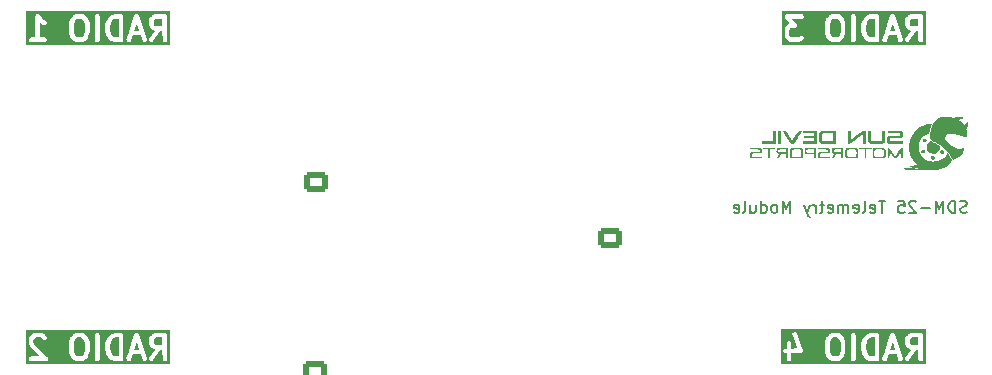
<source format=gbo>
G04 #@! TF.GenerationSoftware,KiCad,Pcbnew,8.0.2*
G04 #@! TF.CreationDate,2024-12-10T02:28:44-07:00*
G04 #@! TF.ProjectId,Telemetry_STM32_V3,54656c65-6d65-4747-9279-5f53544d3332,rev?*
G04 #@! TF.SameCoordinates,Original*
G04 #@! TF.FileFunction,Legend,Bot*
G04 #@! TF.FilePolarity,Positive*
%FSLAX46Y46*%
G04 Gerber Fmt 4.6, Leading zero omitted, Abs format (unit mm)*
G04 Created by KiCad (PCBNEW 8.0.2) date 2024-12-10 02:28:44*
%MOMM*%
%LPD*%
G01*
G04 APERTURE LIST*
G04 Aperture macros list*
%AMRoundRect*
0 Rectangle with rounded corners*
0 $1 Rounding radius*
0 $2 $3 $4 $5 $6 $7 $8 $9 X,Y pos of 4 corners*
0 Add a 4 corners polygon primitive as box body*
4,1,4,$2,$3,$4,$5,$6,$7,$8,$9,$2,$3,0*
0 Add four circle primitives for the rounded corners*
1,1,$1+$1,$2,$3*
1,1,$1+$1,$4,$5*
1,1,$1+$1,$6,$7*
1,1,$1+$1,$8,$9*
0 Add four rect primitives between the rounded corners*
20,1,$1+$1,$2,$3,$4,$5,0*
20,1,$1+$1,$4,$5,$6,$7,0*
20,1,$1+$1,$6,$7,$8,$9,0*
20,1,$1+$1,$8,$9,$2,$3,0*%
G04 Aperture macros list end*
%ADD10C,0.200000*%
%ADD11C,0.400000*%
%ADD12C,0.000000*%
%ADD13RoundRect,0.250000X0.750000X-0.600000X0.750000X0.600000X-0.750000X0.600000X-0.750000X-0.600000X0*%
%ADD14O,2.000000X1.700000*%
%ADD15C,1.810000*%
%ADD16C,3.200000*%
%ADD17R,1.700000X1.700000*%
%ADD18O,1.700000X1.700000*%
%ADD19O,1.200000X1.900000*%
%ADD20C,1.450000*%
%ADD21RoundRect,0.250000X-0.750000X0.600000X-0.750000X-0.600000X0.750000X-0.600000X0.750000X0.600000X0*%
%ADD22C,0.990600*%
%ADD23RoundRect,0.250000X0.725000X-0.600000X0.725000X0.600000X-0.725000X0.600000X-0.725000X-0.600000X0*%
%ADD24O,1.950000X1.700000*%
G04 APERTURE END LIST*
D10*
X192177945Y-114319600D02*
X192035088Y-114367219D01*
X192035088Y-114367219D02*
X191796993Y-114367219D01*
X191796993Y-114367219D02*
X191701755Y-114319600D01*
X191701755Y-114319600D02*
X191654136Y-114271980D01*
X191654136Y-114271980D02*
X191606517Y-114176742D01*
X191606517Y-114176742D02*
X191606517Y-114081504D01*
X191606517Y-114081504D02*
X191654136Y-113986266D01*
X191654136Y-113986266D02*
X191701755Y-113938647D01*
X191701755Y-113938647D02*
X191796993Y-113891028D01*
X191796993Y-113891028D02*
X191987469Y-113843409D01*
X191987469Y-113843409D02*
X192082707Y-113795790D01*
X192082707Y-113795790D02*
X192130326Y-113748171D01*
X192130326Y-113748171D02*
X192177945Y-113652933D01*
X192177945Y-113652933D02*
X192177945Y-113557695D01*
X192177945Y-113557695D02*
X192130326Y-113462457D01*
X192130326Y-113462457D02*
X192082707Y-113414838D01*
X192082707Y-113414838D02*
X191987469Y-113367219D01*
X191987469Y-113367219D02*
X191749374Y-113367219D01*
X191749374Y-113367219D02*
X191606517Y-113414838D01*
X191177945Y-114367219D02*
X191177945Y-113367219D01*
X191177945Y-113367219D02*
X190939850Y-113367219D01*
X190939850Y-113367219D02*
X190796993Y-113414838D01*
X190796993Y-113414838D02*
X190701755Y-113510076D01*
X190701755Y-113510076D02*
X190654136Y-113605314D01*
X190654136Y-113605314D02*
X190606517Y-113795790D01*
X190606517Y-113795790D02*
X190606517Y-113938647D01*
X190606517Y-113938647D02*
X190654136Y-114129123D01*
X190654136Y-114129123D02*
X190701755Y-114224361D01*
X190701755Y-114224361D02*
X190796993Y-114319600D01*
X190796993Y-114319600D02*
X190939850Y-114367219D01*
X190939850Y-114367219D02*
X191177945Y-114367219D01*
X190177945Y-114367219D02*
X190177945Y-113367219D01*
X190177945Y-113367219D02*
X189844612Y-114081504D01*
X189844612Y-114081504D02*
X189511279Y-113367219D01*
X189511279Y-113367219D02*
X189511279Y-114367219D01*
X189035088Y-113986266D02*
X188273184Y-113986266D01*
X187844612Y-113462457D02*
X187796993Y-113414838D01*
X187796993Y-113414838D02*
X187701755Y-113367219D01*
X187701755Y-113367219D02*
X187463660Y-113367219D01*
X187463660Y-113367219D02*
X187368422Y-113414838D01*
X187368422Y-113414838D02*
X187320803Y-113462457D01*
X187320803Y-113462457D02*
X187273184Y-113557695D01*
X187273184Y-113557695D02*
X187273184Y-113652933D01*
X187273184Y-113652933D02*
X187320803Y-113795790D01*
X187320803Y-113795790D02*
X187892231Y-114367219D01*
X187892231Y-114367219D02*
X187273184Y-114367219D01*
X186368422Y-113367219D02*
X186844612Y-113367219D01*
X186844612Y-113367219D02*
X186892231Y-113843409D01*
X186892231Y-113843409D02*
X186844612Y-113795790D01*
X186844612Y-113795790D02*
X186749374Y-113748171D01*
X186749374Y-113748171D02*
X186511279Y-113748171D01*
X186511279Y-113748171D02*
X186416041Y-113795790D01*
X186416041Y-113795790D02*
X186368422Y-113843409D01*
X186368422Y-113843409D02*
X186320803Y-113938647D01*
X186320803Y-113938647D02*
X186320803Y-114176742D01*
X186320803Y-114176742D02*
X186368422Y-114271980D01*
X186368422Y-114271980D02*
X186416041Y-114319600D01*
X186416041Y-114319600D02*
X186511279Y-114367219D01*
X186511279Y-114367219D02*
X186749374Y-114367219D01*
X186749374Y-114367219D02*
X186844612Y-114319600D01*
X186844612Y-114319600D02*
X186892231Y-114271980D01*
X185273183Y-113367219D02*
X184701755Y-113367219D01*
X184987469Y-114367219D02*
X184987469Y-113367219D01*
X183987469Y-114319600D02*
X184082707Y-114367219D01*
X184082707Y-114367219D02*
X184273183Y-114367219D01*
X184273183Y-114367219D02*
X184368421Y-114319600D01*
X184368421Y-114319600D02*
X184416040Y-114224361D01*
X184416040Y-114224361D02*
X184416040Y-113843409D01*
X184416040Y-113843409D02*
X184368421Y-113748171D01*
X184368421Y-113748171D02*
X184273183Y-113700552D01*
X184273183Y-113700552D02*
X184082707Y-113700552D01*
X184082707Y-113700552D02*
X183987469Y-113748171D01*
X183987469Y-113748171D02*
X183939850Y-113843409D01*
X183939850Y-113843409D02*
X183939850Y-113938647D01*
X183939850Y-113938647D02*
X184416040Y-114033885D01*
X183368421Y-114367219D02*
X183463659Y-114319600D01*
X183463659Y-114319600D02*
X183511278Y-114224361D01*
X183511278Y-114224361D02*
X183511278Y-113367219D01*
X182606516Y-114319600D02*
X182701754Y-114367219D01*
X182701754Y-114367219D02*
X182892230Y-114367219D01*
X182892230Y-114367219D02*
X182987468Y-114319600D01*
X182987468Y-114319600D02*
X183035087Y-114224361D01*
X183035087Y-114224361D02*
X183035087Y-113843409D01*
X183035087Y-113843409D02*
X182987468Y-113748171D01*
X182987468Y-113748171D02*
X182892230Y-113700552D01*
X182892230Y-113700552D02*
X182701754Y-113700552D01*
X182701754Y-113700552D02*
X182606516Y-113748171D01*
X182606516Y-113748171D02*
X182558897Y-113843409D01*
X182558897Y-113843409D02*
X182558897Y-113938647D01*
X182558897Y-113938647D02*
X183035087Y-114033885D01*
X182130325Y-114367219D02*
X182130325Y-113700552D01*
X182130325Y-113795790D02*
X182082706Y-113748171D01*
X182082706Y-113748171D02*
X181987468Y-113700552D01*
X181987468Y-113700552D02*
X181844611Y-113700552D01*
X181844611Y-113700552D02*
X181749373Y-113748171D01*
X181749373Y-113748171D02*
X181701754Y-113843409D01*
X181701754Y-113843409D02*
X181701754Y-114367219D01*
X181701754Y-113843409D02*
X181654135Y-113748171D01*
X181654135Y-113748171D02*
X181558897Y-113700552D01*
X181558897Y-113700552D02*
X181416040Y-113700552D01*
X181416040Y-113700552D02*
X181320801Y-113748171D01*
X181320801Y-113748171D02*
X181273182Y-113843409D01*
X181273182Y-113843409D02*
X181273182Y-114367219D01*
X180416040Y-114319600D02*
X180511278Y-114367219D01*
X180511278Y-114367219D02*
X180701754Y-114367219D01*
X180701754Y-114367219D02*
X180796992Y-114319600D01*
X180796992Y-114319600D02*
X180844611Y-114224361D01*
X180844611Y-114224361D02*
X180844611Y-113843409D01*
X180844611Y-113843409D02*
X180796992Y-113748171D01*
X180796992Y-113748171D02*
X180701754Y-113700552D01*
X180701754Y-113700552D02*
X180511278Y-113700552D01*
X180511278Y-113700552D02*
X180416040Y-113748171D01*
X180416040Y-113748171D02*
X180368421Y-113843409D01*
X180368421Y-113843409D02*
X180368421Y-113938647D01*
X180368421Y-113938647D02*
X180844611Y-114033885D01*
X180082706Y-113700552D02*
X179701754Y-113700552D01*
X179939849Y-113367219D02*
X179939849Y-114224361D01*
X179939849Y-114224361D02*
X179892230Y-114319600D01*
X179892230Y-114319600D02*
X179796992Y-114367219D01*
X179796992Y-114367219D02*
X179701754Y-114367219D01*
X179368420Y-114367219D02*
X179368420Y-113700552D01*
X179368420Y-113891028D02*
X179320801Y-113795790D01*
X179320801Y-113795790D02*
X179273182Y-113748171D01*
X179273182Y-113748171D02*
X179177944Y-113700552D01*
X179177944Y-113700552D02*
X179082706Y-113700552D01*
X178844610Y-113700552D02*
X178606515Y-114367219D01*
X178368420Y-113700552D02*
X178606515Y-114367219D01*
X178606515Y-114367219D02*
X178701753Y-114605314D01*
X178701753Y-114605314D02*
X178749372Y-114652933D01*
X178749372Y-114652933D02*
X178844610Y-114700552D01*
X177225562Y-114367219D02*
X177225562Y-113367219D01*
X177225562Y-113367219D02*
X176892229Y-114081504D01*
X176892229Y-114081504D02*
X176558896Y-113367219D01*
X176558896Y-113367219D02*
X176558896Y-114367219D01*
X175939848Y-114367219D02*
X176035086Y-114319600D01*
X176035086Y-114319600D02*
X176082705Y-114271980D01*
X176082705Y-114271980D02*
X176130324Y-114176742D01*
X176130324Y-114176742D02*
X176130324Y-113891028D01*
X176130324Y-113891028D02*
X176082705Y-113795790D01*
X176082705Y-113795790D02*
X176035086Y-113748171D01*
X176035086Y-113748171D02*
X175939848Y-113700552D01*
X175939848Y-113700552D02*
X175796991Y-113700552D01*
X175796991Y-113700552D02*
X175701753Y-113748171D01*
X175701753Y-113748171D02*
X175654134Y-113795790D01*
X175654134Y-113795790D02*
X175606515Y-113891028D01*
X175606515Y-113891028D02*
X175606515Y-114176742D01*
X175606515Y-114176742D02*
X175654134Y-114271980D01*
X175654134Y-114271980D02*
X175701753Y-114319600D01*
X175701753Y-114319600D02*
X175796991Y-114367219D01*
X175796991Y-114367219D02*
X175939848Y-114367219D01*
X174749372Y-114367219D02*
X174749372Y-113367219D01*
X174749372Y-114319600D02*
X174844610Y-114367219D01*
X174844610Y-114367219D02*
X175035086Y-114367219D01*
X175035086Y-114367219D02*
X175130324Y-114319600D01*
X175130324Y-114319600D02*
X175177943Y-114271980D01*
X175177943Y-114271980D02*
X175225562Y-114176742D01*
X175225562Y-114176742D02*
X175225562Y-113891028D01*
X175225562Y-113891028D02*
X175177943Y-113795790D01*
X175177943Y-113795790D02*
X175130324Y-113748171D01*
X175130324Y-113748171D02*
X175035086Y-113700552D01*
X175035086Y-113700552D02*
X174844610Y-113700552D01*
X174844610Y-113700552D02*
X174749372Y-113748171D01*
X173844610Y-113700552D02*
X173844610Y-114367219D01*
X174273181Y-113700552D02*
X174273181Y-114224361D01*
X174273181Y-114224361D02*
X174225562Y-114319600D01*
X174225562Y-114319600D02*
X174130324Y-114367219D01*
X174130324Y-114367219D02*
X173987467Y-114367219D01*
X173987467Y-114367219D02*
X173892229Y-114319600D01*
X173892229Y-114319600D02*
X173844610Y-114271980D01*
X173225562Y-114367219D02*
X173320800Y-114319600D01*
X173320800Y-114319600D02*
X173368419Y-114224361D01*
X173368419Y-114224361D02*
X173368419Y-113367219D01*
X172463657Y-114319600D02*
X172558895Y-114367219D01*
X172558895Y-114367219D02*
X172749371Y-114367219D01*
X172749371Y-114367219D02*
X172844609Y-114319600D01*
X172844609Y-114319600D02*
X172892228Y-114224361D01*
X172892228Y-114224361D02*
X172892228Y-113843409D01*
X172892228Y-113843409D02*
X172844609Y-113748171D01*
X172844609Y-113748171D02*
X172749371Y-113700552D01*
X172749371Y-113700552D02*
X172558895Y-113700552D01*
X172558895Y-113700552D02*
X172463657Y-113748171D01*
X172463657Y-113748171D02*
X172416038Y-113843409D01*
X172416038Y-113843409D02*
X172416038Y-113938647D01*
X172416038Y-113938647D02*
X172892228Y-114033885D01*
D11*
G36*
X117280002Y-124988570D02*
G01*
X117412779Y-125118079D01*
X117489287Y-125412928D01*
X117492647Y-126029851D01*
X117417175Y-126343582D01*
X117292289Y-126471620D01*
X117170555Y-126534826D01*
X116883892Y-126537449D01*
X116765111Y-126480305D01*
X116632332Y-126350794D01*
X116555825Y-126055946D01*
X116552465Y-125439023D01*
X116627937Y-125125291D01*
X116752823Y-124997254D01*
X116874557Y-124934049D01*
X117161220Y-124931426D01*
X117280002Y-124988570D01*
G37*
G36*
X120349761Y-126535904D02*
G01*
X120111541Y-126537681D01*
X119895844Y-126468480D01*
X119761564Y-126337505D01*
X119690324Y-126200296D01*
X119603365Y-125865165D01*
X119600553Y-125627551D01*
X119681032Y-125293001D01*
X119752879Y-125143658D01*
X119887491Y-125005649D01*
X120093856Y-124934261D01*
X120346739Y-124932375D01*
X120349761Y-126535904D01*
G37*
G36*
X124062251Y-125583008D02*
G01*
X123798591Y-125584274D01*
X123788797Y-125582104D01*
X123775882Y-125584383D01*
X123551373Y-125585460D01*
X123431074Y-125527586D01*
X123379525Y-125478267D01*
X123317289Y-125358401D01*
X123315021Y-125166708D01*
X123372265Y-125047717D01*
X123421584Y-124996167D01*
X123540864Y-124934235D01*
X124061023Y-124931740D01*
X124062251Y-125583008D01*
G37*
G36*
X122081080Y-125964074D02*
G01*
X121678465Y-125965634D01*
X121878832Y-125360929D01*
X122081080Y-125964074D01*
G37*
G36*
X124682874Y-127156660D02*
G01*
X112505096Y-127156660D01*
X112505096Y-125115390D01*
X112727318Y-125115390D01*
X112730537Y-125307675D01*
X112728889Y-125330881D01*
X112731088Y-125340555D01*
X112731161Y-125344884D01*
X112733181Y-125349762D01*
X112737581Y-125369112D01*
X112826399Y-125625859D01*
X112826399Y-125630598D01*
X112836343Y-125654606D01*
X112848804Y-125690626D01*
X112853511Y-125696054D01*
X112856262Y-125702694D01*
X112881135Y-125733001D01*
X113687744Y-126535875D01*
X112888300Y-126538281D01*
X112816204Y-126568144D01*
X112761024Y-126623324D01*
X112731161Y-126695420D01*
X112731161Y-126773456D01*
X112761024Y-126845552D01*
X112816204Y-126900732D01*
X112888300Y-126930595D01*
X112927318Y-126934438D01*
X114204431Y-126930595D01*
X114276527Y-126900732D01*
X114331707Y-126845552D01*
X114347696Y-126806952D01*
X114361570Y-126773457D01*
X114361570Y-126695420D01*
X114331707Y-126623324D01*
X114306835Y-126593017D01*
X113199214Y-125490526D01*
X113168280Y-125401104D01*
X116155890Y-125401104D01*
X116159451Y-126055148D01*
X116156127Y-126077493D01*
X116159705Y-126101696D01*
X116159733Y-126106789D01*
X116160860Y-126109511D01*
X116161861Y-126116278D01*
X116254971Y-126475110D01*
X116254971Y-126487741D01*
X116263744Y-126508922D01*
X116270291Y-126534151D01*
X116279143Y-126546098D01*
X116284834Y-126559837D01*
X116309706Y-126590144D01*
X116502482Y-126778175D01*
X116518981Y-126797199D01*
X116527453Y-126802532D01*
X116530489Y-126805493D01*
X116535367Y-126807513D01*
X116552161Y-126818085D01*
X116718195Y-126897961D01*
X116720966Y-126900732D01*
X116742467Y-126909638D01*
X116779255Y-126927336D01*
X116786424Y-126927845D01*
X116793062Y-126930595D01*
X116832080Y-126934438D01*
X117183093Y-126931226D01*
X117188019Y-126932868D01*
X117215265Y-126930931D01*
X117252051Y-126930595D01*
X117258688Y-126927845D01*
X117265858Y-126927336D01*
X117302476Y-126913323D01*
X117492531Y-126814644D01*
X117514623Y-126805494D01*
X117522316Y-126799179D01*
X117526132Y-126797199D01*
X117529592Y-126793208D01*
X117544931Y-126780621D01*
X117718264Y-126602912D01*
X117728365Y-126596852D01*
X117741605Y-126578981D01*
X117760279Y-126559837D01*
X117765969Y-126546098D01*
X117774822Y-126534151D01*
X117788014Y-126497230D01*
X117877171Y-126126607D01*
X117885380Y-126106789D01*
X117887765Y-126082564D01*
X117888986Y-126077493D01*
X117888552Y-126074579D01*
X117889223Y-126067771D01*
X117885661Y-125413726D01*
X117888986Y-125391382D01*
X117885407Y-125367182D01*
X117885380Y-125362086D01*
X117884251Y-125359360D01*
X117883251Y-125352597D01*
X117790142Y-124993765D01*
X117790142Y-124981134D01*
X117781368Y-124959951D01*
X117774822Y-124934724D01*
X117765969Y-124922776D01*
X117760279Y-124909038D01*
X117735407Y-124878731D01*
X117587472Y-124734438D01*
X118346366Y-124734438D01*
X118350209Y-126773456D01*
X118380072Y-126845552D01*
X118435252Y-126900732D01*
X118507348Y-126930595D01*
X118585384Y-126930595D01*
X118657480Y-126900732D01*
X118712660Y-126845552D01*
X118742523Y-126773456D01*
X118746366Y-126734438D01*
X118744212Y-125591580D01*
X119203509Y-125591580D01*
X119206765Y-125866726D01*
X119203746Y-125887017D01*
X119207288Y-125910981D01*
X119207352Y-125916313D01*
X119208479Y-125919035D01*
X119209480Y-125925802D01*
X119304490Y-126291958D01*
X119305849Y-126311072D01*
X119317034Y-126340302D01*
X119317910Y-126343675D01*
X119318769Y-126344834D01*
X119319862Y-126347690D01*
X119418540Y-126537746D01*
X119427691Y-126559837D01*
X119434005Y-126567530D01*
X119435986Y-126571346D01*
X119439976Y-126574806D01*
X119452563Y-126590144D01*
X119624451Y-126757801D01*
X119626462Y-126761823D01*
X119645518Y-126778350D01*
X119673346Y-126805493D01*
X119679985Y-126808243D01*
X119685415Y-126812952D01*
X119721216Y-126828937D01*
X120007376Y-126920744D01*
X120031158Y-126930595D01*
X120041146Y-126931578D01*
X120045162Y-126932867D01*
X120050427Y-126932492D01*
X120070176Y-126934438D01*
X120585384Y-126930595D01*
X120657480Y-126900732D01*
X120712660Y-126845552D01*
X120742523Y-126773456D01*
X120746366Y-126734438D01*
X120746319Y-126709423D01*
X121014604Y-126709423D01*
X121020135Y-126787263D01*
X121055034Y-126857061D01*
X121113987Y-126908190D01*
X121188018Y-126932867D01*
X121265858Y-126927336D01*
X121335656Y-126892437D01*
X121386785Y-126833484D01*
X121402770Y-126797684D01*
X121546981Y-126362452D01*
X122213799Y-126359868D01*
X122372614Y-126833484D01*
X122423743Y-126892437D01*
X122493541Y-126927336D01*
X122571381Y-126932868D01*
X122645412Y-126908190D01*
X122704365Y-126857061D01*
X122739264Y-126787263D01*
X122744795Y-126709424D01*
X122736103Y-126671193D01*
X122214406Y-125115390D01*
X122917795Y-125115390D01*
X122920828Y-125371700D01*
X122919365Y-125376090D01*
X122921182Y-125401669D01*
X122921638Y-125440122D01*
X122924387Y-125446759D01*
X122924897Y-125453929D01*
X122938910Y-125490547D01*
X123037590Y-125680607D01*
X123046739Y-125702693D01*
X123053052Y-125710385D01*
X123055034Y-125714203D01*
X123059025Y-125717664D01*
X123071611Y-125733001D01*
X123171817Y-125828870D01*
X123185648Y-125844818D01*
X123193944Y-125850040D01*
X123197156Y-125853113D01*
X123202038Y-125855135D01*
X123218828Y-125865704D01*
X123384862Y-125945580D01*
X123387633Y-125948351D01*
X123409134Y-125957257D01*
X123416579Y-125960838D01*
X122934722Y-126653914D01*
X122917842Y-126730103D01*
X122931404Y-126806952D01*
X122973342Y-126872761D01*
X123037271Y-126917511D01*
X123113460Y-126934391D01*
X123190309Y-126920829D01*
X123256118Y-126878891D01*
X123281641Y-126849131D01*
X123885760Y-125980200D01*
X124062998Y-125979349D01*
X124064495Y-126773456D01*
X124094358Y-126845552D01*
X124149538Y-126900732D01*
X124221634Y-126930595D01*
X124299670Y-126930595D01*
X124371766Y-126900732D01*
X124426946Y-126845552D01*
X124456809Y-126773456D01*
X124460652Y-126734438D01*
X124456809Y-124695420D01*
X124426946Y-124623324D01*
X124371766Y-124568144D01*
X124299670Y-124538281D01*
X124260652Y-124534438D01*
X123529575Y-124537945D01*
X123523762Y-124536008D01*
X123494099Y-124538116D01*
X123459729Y-124538281D01*
X123453091Y-124541030D01*
X123445922Y-124541540D01*
X123409305Y-124555552D01*
X123219246Y-124654232D01*
X123197157Y-124663382D01*
X123189463Y-124669695D01*
X123185648Y-124671677D01*
X123182186Y-124675668D01*
X123166850Y-124688255D01*
X123070987Y-124788454D01*
X123055034Y-124802291D01*
X123049809Y-124810590D01*
X123046739Y-124813800D01*
X123044717Y-124818679D01*
X123034148Y-124835471D01*
X122954271Y-125001505D01*
X122951501Y-125004276D01*
X122942594Y-125025777D01*
X122924897Y-125062565D01*
X122924387Y-125069734D01*
X122921638Y-125076372D01*
X122917795Y-125115390D01*
X122214406Y-125115390D01*
X122073578Y-124695413D01*
X122072598Y-124681613D01*
X122061524Y-124659466D01*
X122053452Y-124635392D01*
X122044090Y-124624597D01*
X122037699Y-124611815D01*
X122018753Y-124595384D01*
X122002323Y-124576439D01*
X121989540Y-124570047D01*
X121978746Y-124560686D01*
X121954959Y-124552757D01*
X121932525Y-124541540D01*
X121918269Y-124540527D01*
X121904715Y-124536009D01*
X121879702Y-124537786D01*
X121854685Y-124536009D01*
X121841127Y-124540528D01*
X121826875Y-124541541D01*
X121804445Y-124552755D01*
X121780654Y-124560686D01*
X121769859Y-124570047D01*
X121757077Y-124576439D01*
X121740646Y-124595384D01*
X121721701Y-124611815D01*
X121715309Y-124624597D01*
X121705948Y-124635392D01*
X121689963Y-124671193D01*
X121213512Y-126109118D01*
X121207352Y-126123991D01*
X121207352Y-126127710D01*
X121014604Y-126709423D01*
X120746319Y-126709423D01*
X120742523Y-124695420D01*
X120712660Y-124623324D01*
X120657480Y-124568144D01*
X120585384Y-124538281D01*
X120546366Y-124534438D01*
X120072768Y-124537970D01*
X120045162Y-124536009D01*
X120035304Y-124538250D01*
X120031158Y-124538281D01*
X120026277Y-124540302D01*
X120006931Y-124544701D01*
X119750182Y-124633519D01*
X119745443Y-124633519D01*
X119721433Y-124643464D01*
X119685415Y-124655924D01*
X119679986Y-124660631D01*
X119673347Y-124663382D01*
X119643040Y-124688254D01*
X119455010Y-124881029D01*
X119435986Y-124897529D01*
X119430652Y-124906001D01*
X119427691Y-124909038D01*
X119425669Y-124913917D01*
X119415100Y-124930709D01*
X119328242Y-125111254D01*
X119317910Y-125125200D01*
X119307449Y-125154475D01*
X119305849Y-125157803D01*
X119305746Y-125159241D01*
X119304718Y-125162121D01*
X119215560Y-125532743D01*
X119207352Y-125552562D01*
X119204966Y-125576786D01*
X119203746Y-125581858D01*
X119204179Y-125584771D01*
X119203509Y-125591580D01*
X118744212Y-125591580D01*
X118742523Y-124695420D01*
X118712660Y-124623324D01*
X118657480Y-124568144D01*
X118585384Y-124538281D01*
X118507348Y-124538281D01*
X118435252Y-124568144D01*
X118380072Y-124623324D01*
X118350209Y-124695420D01*
X118346366Y-124734438D01*
X117587472Y-124734438D01*
X117542631Y-124690701D01*
X117526132Y-124671677D01*
X117517659Y-124666343D01*
X117514623Y-124663382D01*
X117509743Y-124661360D01*
X117492952Y-124650791D01*
X117326917Y-124570914D01*
X117324147Y-124568144D01*
X117302645Y-124559237D01*
X117265858Y-124541540D01*
X117258688Y-124541030D01*
X117252051Y-124538281D01*
X117213033Y-124534438D01*
X116862020Y-124537649D01*
X116857095Y-124536008D01*
X116829848Y-124537944D01*
X116793062Y-124538281D01*
X116786424Y-124541030D01*
X116779255Y-124541540D01*
X116742638Y-124555552D01*
X116552579Y-124654232D01*
X116530490Y-124663382D01*
X116522796Y-124669696D01*
X116518981Y-124671677D01*
X116515520Y-124675666D01*
X116500183Y-124688254D01*
X116326847Y-124865964D01*
X116316748Y-124872024D01*
X116303509Y-124889891D01*
X116284834Y-124909038D01*
X116279143Y-124922776D01*
X116270291Y-124934724D01*
X116257099Y-124971645D01*
X116167941Y-125342267D01*
X116159733Y-125362086D01*
X116157347Y-125386310D01*
X116156127Y-125391382D01*
X116156560Y-125394295D01*
X116155890Y-125401104D01*
X113168280Y-125401104D01*
X113126910Y-125281516D01*
X113124972Y-125165817D01*
X113181788Y-125047717D01*
X113231107Y-124996167D01*
X113350606Y-124934122D01*
X113732333Y-124931274D01*
X113852133Y-124988908D01*
X113959061Y-125091208D01*
X114031157Y-125121071D01*
X114109193Y-125121071D01*
X114181289Y-125091208D01*
X114236469Y-125036028D01*
X114266332Y-124963932D01*
X114266332Y-124885896D01*
X114236469Y-124813800D01*
X114211596Y-124783493D01*
X114111396Y-124687630D01*
X114097560Y-124671677D01*
X114089260Y-124666452D01*
X114086051Y-124663382D01*
X114081171Y-124661360D01*
X114064380Y-124650791D01*
X113898345Y-124570914D01*
X113895575Y-124568144D01*
X113874073Y-124559237D01*
X113837286Y-124541540D01*
X113830116Y-124541030D01*
X113823479Y-124538281D01*
X113784461Y-124534438D01*
X113338553Y-124537764D01*
X113333285Y-124536008D01*
X113305060Y-124538013D01*
X113269252Y-124538281D01*
X113262614Y-124541030D01*
X113255445Y-124541540D01*
X113218828Y-124555552D01*
X113028769Y-124654232D01*
X113006680Y-124663382D01*
X112998986Y-124669695D01*
X112995171Y-124671677D01*
X112991709Y-124675668D01*
X112976373Y-124688255D01*
X112880510Y-124788454D01*
X112864557Y-124802291D01*
X112859332Y-124810590D01*
X112856262Y-124813800D01*
X112854240Y-124818679D01*
X112843671Y-124835471D01*
X112763794Y-125001505D01*
X112761024Y-125004276D01*
X112752117Y-125025777D01*
X112734420Y-125062565D01*
X112733910Y-125069734D01*
X112731161Y-125076372D01*
X112727318Y-125115390D01*
X112505096Y-125115390D01*
X112505096Y-124312216D01*
X124682874Y-124312216D01*
X124682874Y-127156660D01*
G37*
G36*
X117280002Y-97988570D02*
G01*
X117412779Y-98118079D01*
X117489287Y-98412928D01*
X117492647Y-99029851D01*
X117417175Y-99343582D01*
X117292289Y-99471620D01*
X117170555Y-99534826D01*
X116883892Y-99537449D01*
X116765111Y-99480305D01*
X116632332Y-99350794D01*
X116555825Y-99055946D01*
X116552465Y-98439023D01*
X116627937Y-98125291D01*
X116752823Y-97997254D01*
X116874557Y-97934049D01*
X117161220Y-97931426D01*
X117280002Y-97988570D01*
G37*
G36*
X120349761Y-99535904D02*
G01*
X120111541Y-99537681D01*
X119895844Y-99468480D01*
X119761564Y-99337505D01*
X119690324Y-99200296D01*
X119603365Y-98865165D01*
X119600553Y-98627551D01*
X119681032Y-98293001D01*
X119752879Y-98143658D01*
X119887491Y-98005649D01*
X120093856Y-97934261D01*
X120346739Y-97932375D01*
X120349761Y-99535904D01*
G37*
G36*
X124062251Y-98583008D02*
G01*
X123798591Y-98584274D01*
X123788797Y-98582104D01*
X123775882Y-98584383D01*
X123551373Y-98585460D01*
X123431074Y-98527586D01*
X123379525Y-98478267D01*
X123317289Y-98358401D01*
X123315021Y-98166708D01*
X123372265Y-98047717D01*
X123421584Y-97996167D01*
X123540864Y-97934235D01*
X124061023Y-97931740D01*
X124062251Y-98583008D01*
G37*
G36*
X122081080Y-98964074D02*
G01*
X121678465Y-98965634D01*
X121878832Y-98360929D01*
X122081080Y-98964074D01*
G37*
G36*
X124682874Y-100156660D02*
G01*
X112508939Y-100156660D01*
X112508939Y-99695420D01*
X112731161Y-99695420D01*
X112731161Y-99773456D01*
X112761024Y-99845552D01*
X112816204Y-99900732D01*
X112888300Y-99930595D01*
X112927318Y-99934438D01*
X114109193Y-99930595D01*
X114181289Y-99900732D01*
X114236469Y-99845552D01*
X114266332Y-99773456D01*
X114266332Y-99695420D01*
X114236469Y-99623324D01*
X114181289Y-99568144D01*
X114109193Y-99538281D01*
X114070175Y-99534438D01*
X113698372Y-99535646D01*
X113696055Y-98306177D01*
X113740577Y-98349603D01*
X113757076Y-98368627D01*
X113765548Y-98373960D01*
X113768585Y-98376922D01*
X113773464Y-98378943D01*
X113790256Y-98389513D01*
X114017350Y-98498764D01*
X114095190Y-98504296D01*
X114169222Y-98479618D01*
X114228174Y-98428489D01*
X114241867Y-98401104D01*
X116155890Y-98401104D01*
X116159451Y-99055148D01*
X116156127Y-99077493D01*
X116159705Y-99101696D01*
X116159733Y-99106789D01*
X116160860Y-99109511D01*
X116161861Y-99116278D01*
X116254971Y-99475110D01*
X116254971Y-99487741D01*
X116263744Y-99508922D01*
X116270291Y-99534151D01*
X116279143Y-99546098D01*
X116284834Y-99559837D01*
X116309706Y-99590144D01*
X116502482Y-99778175D01*
X116518981Y-99797199D01*
X116527453Y-99802532D01*
X116530489Y-99805493D01*
X116535367Y-99807513D01*
X116552161Y-99818085D01*
X116718195Y-99897961D01*
X116720966Y-99900732D01*
X116742467Y-99909638D01*
X116779255Y-99927336D01*
X116786424Y-99927845D01*
X116793062Y-99930595D01*
X116832080Y-99934438D01*
X117183093Y-99931226D01*
X117188019Y-99932868D01*
X117215265Y-99930931D01*
X117252051Y-99930595D01*
X117258688Y-99927845D01*
X117265858Y-99927336D01*
X117302476Y-99913323D01*
X117492531Y-99814644D01*
X117514623Y-99805494D01*
X117522316Y-99799179D01*
X117526132Y-99797199D01*
X117529592Y-99793208D01*
X117544931Y-99780621D01*
X117718264Y-99602912D01*
X117728365Y-99596852D01*
X117741605Y-99578981D01*
X117760279Y-99559837D01*
X117765969Y-99546098D01*
X117774822Y-99534151D01*
X117788014Y-99497230D01*
X117877171Y-99126607D01*
X117885380Y-99106789D01*
X117887765Y-99082564D01*
X117888986Y-99077493D01*
X117888552Y-99074579D01*
X117889223Y-99067771D01*
X117885661Y-98413726D01*
X117888986Y-98391382D01*
X117885407Y-98367182D01*
X117885380Y-98362086D01*
X117884251Y-98359360D01*
X117883251Y-98352597D01*
X117790142Y-97993765D01*
X117790142Y-97981134D01*
X117781368Y-97959951D01*
X117774822Y-97934724D01*
X117765969Y-97922776D01*
X117760279Y-97909038D01*
X117735407Y-97878731D01*
X117587472Y-97734438D01*
X118346366Y-97734438D01*
X118350209Y-99773456D01*
X118380072Y-99845552D01*
X118435252Y-99900732D01*
X118507348Y-99930595D01*
X118585384Y-99930595D01*
X118657480Y-99900732D01*
X118712660Y-99845552D01*
X118742523Y-99773456D01*
X118746366Y-99734438D01*
X118744212Y-98591580D01*
X119203509Y-98591580D01*
X119206765Y-98866726D01*
X119203746Y-98887017D01*
X119207288Y-98910981D01*
X119207352Y-98916313D01*
X119208479Y-98919035D01*
X119209480Y-98925802D01*
X119304490Y-99291958D01*
X119305849Y-99311072D01*
X119317034Y-99340302D01*
X119317910Y-99343675D01*
X119318769Y-99344834D01*
X119319862Y-99347690D01*
X119418540Y-99537746D01*
X119427691Y-99559837D01*
X119434005Y-99567530D01*
X119435986Y-99571346D01*
X119439976Y-99574806D01*
X119452563Y-99590144D01*
X119624451Y-99757801D01*
X119626462Y-99761823D01*
X119645518Y-99778350D01*
X119673346Y-99805493D01*
X119679985Y-99808243D01*
X119685415Y-99812952D01*
X119721216Y-99828937D01*
X120007376Y-99920744D01*
X120031158Y-99930595D01*
X120041146Y-99931578D01*
X120045162Y-99932867D01*
X120050427Y-99932492D01*
X120070176Y-99934438D01*
X120585384Y-99930595D01*
X120657480Y-99900732D01*
X120712660Y-99845552D01*
X120742523Y-99773456D01*
X120746366Y-99734438D01*
X120746319Y-99709423D01*
X121014604Y-99709423D01*
X121020135Y-99787263D01*
X121055034Y-99857061D01*
X121113987Y-99908190D01*
X121188018Y-99932867D01*
X121265858Y-99927336D01*
X121335656Y-99892437D01*
X121386785Y-99833484D01*
X121402770Y-99797684D01*
X121546981Y-99362452D01*
X122213799Y-99359868D01*
X122372614Y-99833484D01*
X122423743Y-99892437D01*
X122493541Y-99927336D01*
X122571381Y-99932868D01*
X122645412Y-99908190D01*
X122704365Y-99857061D01*
X122739264Y-99787263D01*
X122744795Y-99709424D01*
X122736103Y-99671193D01*
X122214406Y-98115390D01*
X122917795Y-98115390D01*
X122920828Y-98371700D01*
X122919365Y-98376090D01*
X122921182Y-98401669D01*
X122921638Y-98440122D01*
X122924387Y-98446759D01*
X122924897Y-98453929D01*
X122938910Y-98490547D01*
X123037590Y-98680607D01*
X123046739Y-98702693D01*
X123053052Y-98710385D01*
X123055034Y-98714203D01*
X123059025Y-98717664D01*
X123071611Y-98733001D01*
X123171817Y-98828870D01*
X123185648Y-98844818D01*
X123193944Y-98850040D01*
X123197156Y-98853113D01*
X123202038Y-98855135D01*
X123218828Y-98865704D01*
X123384862Y-98945580D01*
X123387633Y-98948351D01*
X123409134Y-98957257D01*
X123416579Y-98960838D01*
X122934722Y-99653914D01*
X122917842Y-99730103D01*
X122931404Y-99806952D01*
X122973342Y-99872761D01*
X123037271Y-99917511D01*
X123113460Y-99934391D01*
X123190309Y-99920829D01*
X123256118Y-99878891D01*
X123281641Y-99849131D01*
X123885760Y-98980200D01*
X124062998Y-98979349D01*
X124064495Y-99773456D01*
X124094358Y-99845552D01*
X124149538Y-99900732D01*
X124221634Y-99930595D01*
X124299670Y-99930595D01*
X124371766Y-99900732D01*
X124426946Y-99845552D01*
X124456809Y-99773456D01*
X124460652Y-99734438D01*
X124456809Y-97695420D01*
X124426946Y-97623324D01*
X124371766Y-97568144D01*
X124299670Y-97538281D01*
X124260652Y-97534438D01*
X123529575Y-97537945D01*
X123523762Y-97536008D01*
X123494099Y-97538116D01*
X123459729Y-97538281D01*
X123453091Y-97541030D01*
X123445922Y-97541540D01*
X123409305Y-97555552D01*
X123219246Y-97654232D01*
X123197157Y-97663382D01*
X123189463Y-97669695D01*
X123185648Y-97671677D01*
X123182186Y-97675668D01*
X123166850Y-97688255D01*
X123070987Y-97788454D01*
X123055034Y-97802291D01*
X123049809Y-97810590D01*
X123046739Y-97813800D01*
X123044717Y-97818679D01*
X123034148Y-97835471D01*
X122954271Y-98001505D01*
X122951501Y-98004276D01*
X122942594Y-98025777D01*
X122924897Y-98062565D01*
X122924387Y-98069734D01*
X122921638Y-98076372D01*
X122917795Y-98115390D01*
X122214406Y-98115390D01*
X122073578Y-97695413D01*
X122072598Y-97681613D01*
X122061524Y-97659466D01*
X122053452Y-97635392D01*
X122044090Y-97624597D01*
X122037699Y-97611815D01*
X122018753Y-97595384D01*
X122002323Y-97576439D01*
X121989540Y-97570047D01*
X121978746Y-97560686D01*
X121954959Y-97552757D01*
X121932525Y-97541540D01*
X121918269Y-97540527D01*
X121904715Y-97536009D01*
X121879702Y-97537786D01*
X121854685Y-97536009D01*
X121841127Y-97540528D01*
X121826875Y-97541541D01*
X121804445Y-97552755D01*
X121780654Y-97560686D01*
X121769859Y-97570047D01*
X121757077Y-97576439D01*
X121740646Y-97595384D01*
X121721701Y-97611815D01*
X121715309Y-97624597D01*
X121705948Y-97635392D01*
X121689963Y-97671193D01*
X121213512Y-99109118D01*
X121207352Y-99123991D01*
X121207352Y-99127710D01*
X121014604Y-99709423D01*
X120746319Y-99709423D01*
X120742523Y-97695420D01*
X120712660Y-97623324D01*
X120657480Y-97568144D01*
X120585384Y-97538281D01*
X120546366Y-97534438D01*
X120072768Y-97537970D01*
X120045162Y-97536009D01*
X120035304Y-97538250D01*
X120031158Y-97538281D01*
X120026277Y-97540302D01*
X120006931Y-97544701D01*
X119750182Y-97633519D01*
X119745443Y-97633519D01*
X119721433Y-97643464D01*
X119685415Y-97655924D01*
X119679986Y-97660631D01*
X119673347Y-97663382D01*
X119643040Y-97688254D01*
X119455010Y-97881029D01*
X119435986Y-97897529D01*
X119430652Y-97906001D01*
X119427691Y-97909038D01*
X119425669Y-97913917D01*
X119415100Y-97930709D01*
X119328242Y-98111254D01*
X119317910Y-98125200D01*
X119307449Y-98154475D01*
X119305849Y-98157803D01*
X119305746Y-98159241D01*
X119304718Y-98162121D01*
X119215560Y-98532743D01*
X119207352Y-98552562D01*
X119204966Y-98576786D01*
X119203746Y-98581858D01*
X119204179Y-98584771D01*
X119203509Y-98591580D01*
X118744212Y-98591580D01*
X118742523Y-97695420D01*
X118712660Y-97623324D01*
X118657480Y-97568144D01*
X118585384Y-97538281D01*
X118507348Y-97538281D01*
X118435252Y-97568144D01*
X118380072Y-97623324D01*
X118350209Y-97695420D01*
X118346366Y-97734438D01*
X117587472Y-97734438D01*
X117542631Y-97690701D01*
X117526132Y-97671677D01*
X117517659Y-97666343D01*
X117514623Y-97663382D01*
X117509743Y-97661360D01*
X117492952Y-97650791D01*
X117326917Y-97570914D01*
X117324147Y-97568144D01*
X117302645Y-97559237D01*
X117265858Y-97541540D01*
X117258688Y-97541030D01*
X117252051Y-97538281D01*
X117213033Y-97534438D01*
X116862020Y-97537649D01*
X116857095Y-97536008D01*
X116829848Y-97537944D01*
X116793062Y-97538281D01*
X116786424Y-97541030D01*
X116779255Y-97541540D01*
X116742638Y-97555552D01*
X116552579Y-97654232D01*
X116530490Y-97663382D01*
X116522796Y-97669696D01*
X116518981Y-97671677D01*
X116515520Y-97675666D01*
X116500183Y-97688254D01*
X116326847Y-97865964D01*
X116316748Y-97872024D01*
X116303509Y-97889891D01*
X116284834Y-97909038D01*
X116279143Y-97922776D01*
X116270291Y-97934724D01*
X116257099Y-97971645D01*
X116167941Y-98342267D01*
X116159733Y-98362086D01*
X116157347Y-98386310D01*
X116156127Y-98391382D01*
X116156560Y-98394295D01*
X116155890Y-98401104D01*
X114241867Y-98401104D01*
X114263073Y-98358691D01*
X114268605Y-98280852D01*
X114243928Y-98206820D01*
X114192798Y-98147867D01*
X114159618Y-98126981D01*
X114003207Y-98051734D01*
X113852750Y-97904981D01*
X113671521Y-97638968D01*
X113665041Y-97623324D01*
X113651931Y-97610214D01*
X113640316Y-97593165D01*
X113623864Y-97582147D01*
X113609861Y-97568144D01*
X113591758Y-97560645D01*
X113575477Y-97549742D01*
X113556058Y-97545858D01*
X113537765Y-97538281D01*
X113518171Y-97538281D01*
X113498956Y-97534438D01*
X113479530Y-97538281D01*
X113459729Y-97538281D01*
X113441626Y-97545779D01*
X113422404Y-97549582D01*
X113405928Y-97560565D01*
X113387633Y-97568144D01*
X113373776Y-97582000D01*
X113357474Y-97592869D01*
X113346456Y-97609320D01*
X113332453Y-97623324D01*
X113324954Y-97641426D01*
X113314051Y-97657708D01*
X113310167Y-97677126D01*
X113302590Y-97695420D01*
X113298787Y-97734026D01*
X113298747Y-97734229D01*
X113298760Y-97734298D01*
X113298747Y-97734438D01*
X113302144Y-99536935D01*
X112888300Y-99538281D01*
X112816204Y-99568144D01*
X112761024Y-99623324D01*
X112731161Y-99695420D01*
X112508939Y-99695420D01*
X112508939Y-97312216D01*
X124682874Y-97312216D01*
X124682874Y-100156660D01*
G37*
G36*
X181280002Y-124988570D02*
G01*
X181412779Y-125118079D01*
X181489287Y-125412928D01*
X181492647Y-126029851D01*
X181417175Y-126343582D01*
X181292289Y-126471620D01*
X181170555Y-126534826D01*
X180883892Y-126537449D01*
X180765111Y-126480305D01*
X180632332Y-126350794D01*
X180555825Y-126055946D01*
X180552465Y-125439023D01*
X180627937Y-125125291D01*
X180752823Y-124997254D01*
X180874557Y-124934049D01*
X181161220Y-124931426D01*
X181280002Y-124988570D01*
G37*
G36*
X184349761Y-126535904D02*
G01*
X184111541Y-126537681D01*
X183895844Y-126468480D01*
X183761564Y-126337505D01*
X183690324Y-126200296D01*
X183603365Y-125865165D01*
X183600553Y-125627551D01*
X183681032Y-125293001D01*
X183752879Y-125143658D01*
X183887491Y-125005649D01*
X184093856Y-124934261D01*
X184346739Y-124932375D01*
X184349761Y-126535904D01*
G37*
G36*
X188062251Y-125583008D02*
G01*
X187798591Y-125584274D01*
X187788797Y-125582104D01*
X187775882Y-125584383D01*
X187551373Y-125585460D01*
X187431074Y-125527586D01*
X187379525Y-125478267D01*
X187317289Y-125358401D01*
X187315021Y-125166708D01*
X187372265Y-125047717D01*
X187421584Y-124996167D01*
X187540864Y-124934235D01*
X188061023Y-124931740D01*
X188062251Y-125583008D01*
G37*
G36*
X186081080Y-125964074D02*
G01*
X185678465Y-125965634D01*
X185878832Y-125360929D01*
X186081080Y-125964074D01*
G37*
G36*
X188682874Y-127156660D02*
G01*
X176413701Y-127156660D01*
X176413701Y-126028753D01*
X176635923Y-126028753D01*
X176635923Y-126106789D01*
X176665786Y-126178885D01*
X176720966Y-126234065D01*
X176793062Y-126263928D01*
X176832080Y-126267771D01*
X176920220Y-126267505D01*
X176921637Y-126773456D01*
X176951500Y-126845552D01*
X177006680Y-126900732D01*
X177078776Y-126930595D01*
X177156812Y-126930595D01*
X177228908Y-126900732D01*
X177284088Y-126845552D01*
X177313951Y-126773456D01*
X177317794Y-126734438D01*
X177316483Y-126266313D01*
X178065083Y-126264060D01*
X178095190Y-126266200D01*
X178101940Y-126263949D01*
X178109193Y-126263928D01*
X178138813Y-126251658D01*
X178169221Y-126241523D01*
X178174649Y-126236815D01*
X178181289Y-126234065D01*
X178203956Y-126211397D01*
X178228174Y-126190394D01*
X178231388Y-126183966D01*
X178236469Y-126178885D01*
X178248735Y-126149271D01*
X178263073Y-126120596D01*
X178263582Y-126113427D01*
X178266332Y-126106789D01*
X178266332Y-126074731D01*
X178268604Y-126042757D01*
X178266332Y-126032763D01*
X178266332Y-126028753D01*
X178264310Y-126023872D01*
X178259912Y-126004526D01*
X178057102Y-125401104D01*
X180155890Y-125401104D01*
X180159451Y-126055148D01*
X180156127Y-126077493D01*
X180159705Y-126101696D01*
X180159733Y-126106789D01*
X180160860Y-126109511D01*
X180161861Y-126116278D01*
X180254971Y-126475110D01*
X180254971Y-126487741D01*
X180263744Y-126508922D01*
X180270291Y-126534151D01*
X180279143Y-126546098D01*
X180284834Y-126559837D01*
X180309706Y-126590144D01*
X180502482Y-126778175D01*
X180518981Y-126797199D01*
X180527453Y-126802532D01*
X180530489Y-126805493D01*
X180535367Y-126807513D01*
X180552161Y-126818085D01*
X180718195Y-126897961D01*
X180720966Y-126900732D01*
X180742467Y-126909638D01*
X180779255Y-126927336D01*
X180786424Y-126927845D01*
X180793062Y-126930595D01*
X180832080Y-126934438D01*
X181183093Y-126931226D01*
X181188019Y-126932868D01*
X181215265Y-126930931D01*
X181252051Y-126930595D01*
X181258688Y-126927845D01*
X181265858Y-126927336D01*
X181302476Y-126913323D01*
X181492531Y-126814644D01*
X181514623Y-126805494D01*
X181522316Y-126799179D01*
X181526132Y-126797199D01*
X181529592Y-126793208D01*
X181544931Y-126780621D01*
X181718264Y-126602912D01*
X181728365Y-126596852D01*
X181741605Y-126578981D01*
X181760279Y-126559837D01*
X181765969Y-126546098D01*
X181774822Y-126534151D01*
X181788014Y-126497230D01*
X181877171Y-126126607D01*
X181885380Y-126106789D01*
X181887765Y-126082564D01*
X181888986Y-126077493D01*
X181888552Y-126074579D01*
X181889223Y-126067771D01*
X181885661Y-125413726D01*
X181888986Y-125391382D01*
X181885407Y-125367182D01*
X181885380Y-125362086D01*
X181884251Y-125359360D01*
X181883251Y-125352597D01*
X181790142Y-124993765D01*
X181790142Y-124981134D01*
X181781368Y-124959951D01*
X181774822Y-124934724D01*
X181765969Y-124922776D01*
X181760279Y-124909038D01*
X181735407Y-124878731D01*
X181587472Y-124734438D01*
X182346366Y-124734438D01*
X182350209Y-126773456D01*
X182380072Y-126845552D01*
X182435252Y-126900732D01*
X182507348Y-126930595D01*
X182585384Y-126930595D01*
X182657480Y-126900732D01*
X182712660Y-126845552D01*
X182742523Y-126773456D01*
X182746366Y-126734438D01*
X182744212Y-125591580D01*
X183203509Y-125591580D01*
X183206765Y-125866726D01*
X183203746Y-125887017D01*
X183207288Y-125910981D01*
X183207352Y-125916313D01*
X183208479Y-125919035D01*
X183209480Y-125925802D01*
X183304490Y-126291958D01*
X183305849Y-126311072D01*
X183317034Y-126340302D01*
X183317910Y-126343675D01*
X183318769Y-126344834D01*
X183319862Y-126347690D01*
X183418540Y-126537746D01*
X183427691Y-126559837D01*
X183434005Y-126567530D01*
X183435986Y-126571346D01*
X183439976Y-126574806D01*
X183452563Y-126590144D01*
X183624451Y-126757801D01*
X183626462Y-126761823D01*
X183645518Y-126778350D01*
X183673346Y-126805493D01*
X183679985Y-126808243D01*
X183685415Y-126812952D01*
X183721216Y-126828937D01*
X184007376Y-126920744D01*
X184031158Y-126930595D01*
X184041146Y-126931578D01*
X184045162Y-126932867D01*
X184050427Y-126932492D01*
X184070176Y-126934438D01*
X184585384Y-126930595D01*
X184657480Y-126900732D01*
X184712660Y-126845552D01*
X184742523Y-126773456D01*
X184746366Y-126734438D01*
X184746319Y-126709423D01*
X185014604Y-126709423D01*
X185020135Y-126787263D01*
X185055034Y-126857061D01*
X185113987Y-126908190D01*
X185188018Y-126932867D01*
X185265858Y-126927336D01*
X185335656Y-126892437D01*
X185386785Y-126833484D01*
X185402770Y-126797684D01*
X185546981Y-126362452D01*
X186213799Y-126359868D01*
X186372614Y-126833484D01*
X186423743Y-126892437D01*
X186493541Y-126927336D01*
X186571381Y-126932868D01*
X186645412Y-126908190D01*
X186704365Y-126857061D01*
X186739264Y-126787263D01*
X186744795Y-126709424D01*
X186736103Y-126671193D01*
X186214406Y-125115390D01*
X186917795Y-125115390D01*
X186920828Y-125371700D01*
X186919365Y-125376090D01*
X186921182Y-125401669D01*
X186921638Y-125440122D01*
X186924387Y-125446759D01*
X186924897Y-125453929D01*
X186938910Y-125490547D01*
X187037590Y-125680607D01*
X187046739Y-125702693D01*
X187053052Y-125710385D01*
X187055034Y-125714203D01*
X187059025Y-125717664D01*
X187071611Y-125733001D01*
X187171817Y-125828870D01*
X187185648Y-125844818D01*
X187193944Y-125850040D01*
X187197156Y-125853113D01*
X187202038Y-125855135D01*
X187218828Y-125865704D01*
X187384862Y-125945580D01*
X187387633Y-125948351D01*
X187409134Y-125957257D01*
X187416579Y-125960838D01*
X186934722Y-126653914D01*
X186917842Y-126730103D01*
X186931404Y-126806952D01*
X186973342Y-126872761D01*
X187037271Y-126917511D01*
X187113460Y-126934391D01*
X187190309Y-126920829D01*
X187256118Y-126878891D01*
X187281641Y-126849131D01*
X187885760Y-125980200D01*
X188062998Y-125979349D01*
X188064495Y-126773456D01*
X188094358Y-126845552D01*
X188149538Y-126900732D01*
X188221634Y-126930595D01*
X188299670Y-126930595D01*
X188371766Y-126900732D01*
X188426946Y-126845552D01*
X188456809Y-126773456D01*
X188460652Y-126734438D01*
X188456809Y-124695420D01*
X188426946Y-124623324D01*
X188371766Y-124568144D01*
X188299670Y-124538281D01*
X188260652Y-124534438D01*
X187529575Y-124537945D01*
X187523762Y-124536008D01*
X187494099Y-124538116D01*
X187459729Y-124538281D01*
X187453091Y-124541030D01*
X187445922Y-124541540D01*
X187409305Y-124555552D01*
X187219246Y-124654232D01*
X187197157Y-124663382D01*
X187189463Y-124669695D01*
X187185648Y-124671677D01*
X187182186Y-124675668D01*
X187166850Y-124688255D01*
X187070987Y-124788454D01*
X187055034Y-124802291D01*
X187049809Y-124810590D01*
X187046739Y-124813800D01*
X187044717Y-124818679D01*
X187034148Y-124835471D01*
X186954271Y-125001505D01*
X186951501Y-125004276D01*
X186942594Y-125025777D01*
X186924897Y-125062565D01*
X186924387Y-125069734D01*
X186921638Y-125076372D01*
X186917795Y-125115390D01*
X186214406Y-125115390D01*
X186073578Y-124695413D01*
X186072598Y-124681613D01*
X186061524Y-124659466D01*
X186053452Y-124635392D01*
X186044090Y-124624597D01*
X186037699Y-124611815D01*
X186018753Y-124595384D01*
X186002323Y-124576439D01*
X185989540Y-124570047D01*
X185978746Y-124560686D01*
X185954959Y-124552757D01*
X185932525Y-124541540D01*
X185918269Y-124540527D01*
X185904715Y-124536009D01*
X185879702Y-124537786D01*
X185854685Y-124536009D01*
X185841127Y-124540528D01*
X185826875Y-124541541D01*
X185804445Y-124552755D01*
X185780654Y-124560686D01*
X185769859Y-124570047D01*
X185757077Y-124576439D01*
X185740646Y-124595384D01*
X185721701Y-124611815D01*
X185715309Y-124624597D01*
X185705948Y-124635392D01*
X185689963Y-124671193D01*
X185213512Y-126109118D01*
X185207352Y-126123991D01*
X185207352Y-126127710D01*
X185014604Y-126709423D01*
X184746319Y-126709423D01*
X184742523Y-124695420D01*
X184712660Y-124623324D01*
X184657480Y-124568144D01*
X184585384Y-124538281D01*
X184546366Y-124534438D01*
X184072768Y-124537970D01*
X184045162Y-124536009D01*
X184035304Y-124538250D01*
X184031158Y-124538281D01*
X184026277Y-124540302D01*
X184006931Y-124544701D01*
X183750182Y-124633519D01*
X183745443Y-124633519D01*
X183721433Y-124643464D01*
X183685415Y-124655924D01*
X183679986Y-124660631D01*
X183673347Y-124663382D01*
X183643040Y-124688254D01*
X183455010Y-124881029D01*
X183435986Y-124897529D01*
X183430652Y-124906001D01*
X183427691Y-124909038D01*
X183425669Y-124913917D01*
X183415100Y-124930709D01*
X183328242Y-125111254D01*
X183317910Y-125125200D01*
X183307449Y-125154475D01*
X183305849Y-125157803D01*
X183305746Y-125159241D01*
X183304718Y-125162121D01*
X183215560Y-125532743D01*
X183207352Y-125552562D01*
X183204966Y-125576786D01*
X183203746Y-125581858D01*
X183204179Y-125584771D01*
X183203509Y-125591580D01*
X182744212Y-125591580D01*
X182742523Y-124695420D01*
X182712660Y-124623324D01*
X182657480Y-124568144D01*
X182585384Y-124538281D01*
X182507348Y-124538281D01*
X182435252Y-124568144D01*
X182380072Y-124623324D01*
X182350209Y-124695420D01*
X182346366Y-124734438D01*
X181587472Y-124734438D01*
X181542631Y-124690701D01*
X181526132Y-124671677D01*
X181517659Y-124666343D01*
X181514623Y-124663382D01*
X181509743Y-124661360D01*
X181492952Y-124650791D01*
X181326917Y-124570914D01*
X181324147Y-124568144D01*
X181302645Y-124559237D01*
X181265858Y-124541540D01*
X181258688Y-124541030D01*
X181252051Y-124538281D01*
X181213033Y-124534438D01*
X180862020Y-124537649D01*
X180857095Y-124536008D01*
X180829848Y-124537944D01*
X180793062Y-124538281D01*
X180786424Y-124541030D01*
X180779255Y-124541540D01*
X180742638Y-124555552D01*
X180552579Y-124654232D01*
X180530490Y-124663382D01*
X180522796Y-124669696D01*
X180518981Y-124671677D01*
X180515520Y-124675666D01*
X180500183Y-124688254D01*
X180326847Y-124865964D01*
X180316748Y-124872024D01*
X180303509Y-124889891D01*
X180284834Y-124909038D01*
X180279143Y-124922776D01*
X180270291Y-124934724D01*
X180257099Y-124971645D01*
X180167941Y-125342267D01*
X180159733Y-125362086D01*
X180157347Y-125386310D01*
X180156127Y-125391382D01*
X180156560Y-125394295D01*
X180155890Y-125401104D01*
X178057102Y-125401104D01*
X177767737Y-124540154D01*
X177716608Y-124481201D01*
X177646810Y-124446302D01*
X177568970Y-124440771D01*
X177494939Y-124465448D01*
X177435986Y-124516577D01*
X177401087Y-124586375D01*
X177395556Y-124664215D01*
X177404248Y-124702446D01*
X177796190Y-125868595D01*
X177315373Y-125870042D01*
X177313951Y-125362086D01*
X177284088Y-125289990D01*
X177228908Y-125234810D01*
X177156812Y-125204947D01*
X177078776Y-125204947D01*
X177006680Y-125234810D01*
X176951500Y-125289990D01*
X176921637Y-125362086D01*
X176917794Y-125401104D01*
X176919110Y-125871234D01*
X176793062Y-125871614D01*
X176720966Y-125901477D01*
X176665786Y-125956657D01*
X176635923Y-126028753D01*
X176413701Y-126028753D01*
X176413701Y-124218549D01*
X188682874Y-124218549D01*
X188682874Y-127156660D01*
G37*
G36*
X181280002Y-97988570D02*
G01*
X181412779Y-98118079D01*
X181489287Y-98412928D01*
X181492647Y-99029851D01*
X181417175Y-99343582D01*
X181292289Y-99471620D01*
X181170555Y-99534826D01*
X180883892Y-99537449D01*
X180765111Y-99480305D01*
X180632332Y-99350794D01*
X180555825Y-99055946D01*
X180552465Y-98439023D01*
X180627937Y-98125291D01*
X180752823Y-97997254D01*
X180874557Y-97934049D01*
X181161220Y-97931426D01*
X181280002Y-97988570D01*
G37*
G36*
X184349761Y-99535904D02*
G01*
X184111541Y-99537681D01*
X183895844Y-99468480D01*
X183761564Y-99337505D01*
X183690324Y-99200296D01*
X183603365Y-98865165D01*
X183600553Y-98627551D01*
X183681032Y-98293001D01*
X183752879Y-98143658D01*
X183887491Y-98005649D01*
X184093856Y-97934261D01*
X184346739Y-97932375D01*
X184349761Y-99535904D01*
G37*
G36*
X188062251Y-98583008D02*
G01*
X187798591Y-98584274D01*
X187788797Y-98582104D01*
X187775882Y-98584383D01*
X187551373Y-98585460D01*
X187431074Y-98527586D01*
X187379525Y-98478267D01*
X187317289Y-98358401D01*
X187315021Y-98166708D01*
X187372265Y-98047717D01*
X187421584Y-97996167D01*
X187540864Y-97934235D01*
X188061023Y-97931740D01*
X188062251Y-98583008D01*
G37*
G36*
X186081080Y-98964074D02*
G01*
X185678465Y-98965634D01*
X185878832Y-98360929D01*
X186081080Y-98964074D01*
G37*
G36*
X188682874Y-100156660D02*
G01*
X176505096Y-100156660D01*
X176505096Y-98877295D01*
X176727318Y-98877295D01*
X176730644Y-99323202D01*
X176728888Y-99328471D01*
X176730893Y-99356695D01*
X176731161Y-99392503D01*
X176733910Y-99399140D01*
X176734420Y-99406310D01*
X176748433Y-99442928D01*
X176847113Y-99632988D01*
X176856262Y-99655074D01*
X176862575Y-99662766D01*
X176864557Y-99666584D01*
X176868548Y-99670045D01*
X176881134Y-99685382D01*
X176981340Y-99781251D01*
X176995171Y-99797199D01*
X177003467Y-99802421D01*
X177006679Y-99805494D01*
X177011561Y-99807516D01*
X177028351Y-99818085D01*
X177194385Y-99897961D01*
X177197156Y-99900732D01*
X177218657Y-99909638D01*
X177255445Y-99927336D01*
X177262614Y-99927845D01*
X177269252Y-99930595D01*
X177308270Y-99934438D01*
X177849179Y-99931032D01*
X177854685Y-99932868D01*
X177883552Y-99930816D01*
X177918717Y-99930595D01*
X177925354Y-99927845D01*
X177932524Y-99927336D01*
X177969142Y-99913323D01*
X178159201Y-99814642D01*
X178181290Y-99805493D01*
X178188982Y-99799180D01*
X178192798Y-99797199D01*
X178196259Y-99793208D01*
X178211597Y-99780621D01*
X178331708Y-99655074D01*
X178361571Y-99582978D01*
X178361570Y-99504942D01*
X178331707Y-99432846D01*
X178276526Y-99377666D01*
X178204430Y-99347803D01*
X178126394Y-99347804D01*
X178054298Y-99377667D01*
X178023991Y-99402540D01*
X177956861Y-99472708D01*
X177837457Y-99534703D01*
X177360615Y-99537705D01*
X177240597Y-99479967D01*
X177189048Y-99430648D01*
X177127002Y-99311147D01*
X177124154Y-98929422D01*
X177181787Y-98809624D01*
X177231109Y-98758070D01*
X177350971Y-98695836D01*
X177594320Y-98692956D01*
X177619868Y-98694660D01*
X177626012Y-98692581D01*
X177633003Y-98692499D01*
X177663024Y-98680063D01*
X177693791Y-98669658D01*
X177698865Y-98665218D01*
X177705099Y-98662636D01*
X177728079Y-98639656D01*
X177752519Y-98618271D01*
X177755507Y-98612227D01*
X177760279Y-98607456D01*
X177772714Y-98577434D01*
X177787112Y-98548321D01*
X177787560Y-98541592D01*
X177790142Y-98535360D01*
X177790142Y-98502872D01*
X177792303Y-98470458D01*
X177790142Y-98464068D01*
X177790142Y-98457324D01*
X177777708Y-98427306D01*
X177768846Y-98401104D01*
X180155890Y-98401104D01*
X180159451Y-99055148D01*
X180156127Y-99077493D01*
X180159705Y-99101696D01*
X180159733Y-99106789D01*
X180160860Y-99109511D01*
X180161861Y-99116278D01*
X180254971Y-99475110D01*
X180254971Y-99487741D01*
X180263744Y-99508922D01*
X180270291Y-99534151D01*
X180279143Y-99546098D01*
X180284834Y-99559837D01*
X180309706Y-99590144D01*
X180502482Y-99778175D01*
X180518981Y-99797199D01*
X180527453Y-99802532D01*
X180530489Y-99805493D01*
X180535367Y-99807513D01*
X180552161Y-99818085D01*
X180718195Y-99897961D01*
X180720966Y-99900732D01*
X180742467Y-99909638D01*
X180779255Y-99927336D01*
X180786424Y-99927845D01*
X180793062Y-99930595D01*
X180832080Y-99934438D01*
X181183093Y-99931226D01*
X181188019Y-99932868D01*
X181215265Y-99930931D01*
X181252051Y-99930595D01*
X181258688Y-99927845D01*
X181265858Y-99927336D01*
X181302476Y-99913323D01*
X181492531Y-99814644D01*
X181514623Y-99805494D01*
X181522316Y-99799179D01*
X181526132Y-99797199D01*
X181529592Y-99793208D01*
X181544931Y-99780621D01*
X181718264Y-99602912D01*
X181728365Y-99596852D01*
X181741605Y-99578981D01*
X181760279Y-99559837D01*
X181765969Y-99546098D01*
X181774822Y-99534151D01*
X181788014Y-99497230D01*
X181877171Y-99126607D01*
X181885380Y-99106789D01*
X181887765Y-99082564D01*
X181888986Y-99077493D01*
X181888552Y-99074579D01*
X181889223Y-99067771D01*
X181885661Y-98413726D01*
X181888986Y-98391382D01*
X181885407Y-98367182D01*
X181885380Y-98362086D01*
X181884251Y-98359360D01*
X181883251Y-98352597D01*
X181790142Y-97993765D01*
X181790142Y-97981134D01*
X181781368Y-97959951D01*
X181774822Y-97934724D01*
X181765969Y-97922776D01*
X181760279Y-97909038D01*
X181735407Y-97878731D01*
X181587472Y-97734438D01*
X182346366Y-97734438D01*
X182350209Y-99773456D01*
X182380072Y-99845552D01*
X182435252Y-99900732D01*
X182507348Y-99930595D01*
X182585384Y-99930595D01*
X182657480Y-99900732D01*
X182712660Y-99845552D01*
X182742523Y-99773456D01*
X182746366Y-99734438D01*
X182744212Y-98591580D01*
X183203509Y-98591580D01*
X183206765Y-98866726D01*
X183203746Y-98887017D01*
X183207288Y-98910981D01*
X183207352Y-98916313D01*
X183208479Y-98919035D01*
X183209480Y-98925802D01*
X183304490Y-99291958D01*
X183305849Y-99311072D01*
X183317034Y-99340302D01*
X183317910Y-99343675D01*
X183318769Y-99344834D01*
X183319862Y-99347690D01*
X183418540Y-99537746D01*
X183427691Y-99559837D01*
X183434005Y-99567530D01*
X183435986Y-99571346D01*
X183439976Y-99574806D01*
X183452563Y-99590144D01*
X183624451Y-99757801D01*
X183626462Y-99761823D01*
X183645518Y-99778350D01*
X183673346Y-99805493D01*
X183679985Y-99808243D01*
X183685415Y-99812952D01*
X183721216Y-99828937D01*
X184007376Y-99920744D01*
X184031158Y-99930595D01*
X184041146Y-99931578D01*
X184045162Y-99932867D01*
X184050427Y-99932492D01*
X184070176Y-99934438D01*
X184585384Y-99930595D01*
X184657480Y-99900732D01*
X184712660Y-99845552D01*
X184742523Y-99773456D01*
X184746366Y-99734438D01*
X184746319Y-99709423D01*
X185014604Y-99709423D01*
X185020135Y-99787263D01*
X185055034Y-99857061D01*
X185113987Y-99908190D01*
X185188018Y-99932867D01*
X185265858Y-99927336D01*
X185335656Y-99892437D01*
X185386785Y-99833484D01*
X185402770Y-99797684D01*
X185546981Y-99362452D01*
X186213799Y-99359868D01*
X186372614Y-99833484D01*
X186423743Y-99892437D01*
X186493541Y-99927336D01*
X186571381Y-99932868D01*
X186645412Y-99908190D01*
X186704365Y-99857061D01*
X186739264Y-99787263D01*
X186744795Y-99709424D01*
X186736103Y-99671193D01*
X186214406Y-98115390D01*
X186917795Y-98115390D01*
X186920828Y-98371700D01*
X186919365Y-98376090D01*
X186921182Y-98401669D01*
X186921638Y-98440122D01*
X186924387Y-98446759D01*
X186924897Y-98453929D01*
X186938910Y-98490547D01*
X187037590Y-98680607D01*
X187046739Y-98702693D01*
X187053052Y-98710385D01*
X187055034Y-98714203D01*
X187059025Y-98717664D01*
X187071611Y-98733001D01*
X187171817Y-98828870D01*
X187185648Y-98844818D01*
X187193944Y-98850040D01*
X187197156Y-98853113D01*
X187202038Y-98855135D01*
X187218828Y-98865704D01*
X187384862Y-98945580D01*
X187387633Y-98948351D01*
X187409134Y-98957257D01*
X187416579Y-98960838D01*
X186934722Y-99653914D01*
X186917842Y-99730103D01*
X186931404Y-99806952D01*
X186973342Y-99872761D01*
X187037271Y-99917511D01*
X187113460Y-99934391D01*
X187190309Y-99920829D01*
X187256118Y-99878891D01*
X187281641Y-99849131D01*
X187885760Y-98980200D01*
X188062998Y-98979349D01*
X188064495Y-99773456D01*
X188094358Y-99845552D01*
X188149538Y-99900732D01*
X188221634Y-99930595D01*
X188299670Y-99930595D01*
X188371766Y-99900732D01*
X188426946Y-99845552D01*
X188456809Y-99773456D01*
X188460652Y-99734438D01*
X188456809Y-97695420D01*
X188426946Y-97623324D01*
X188371766Y-97568144D01*
X188299670Y-97538281D01*
X188260652Y-97534438D01*
X187529575Y-97537945D01*
X187523762Y-97536008D01*
X187494099Y-97538116D01*
X187459729Y-97538281D01*
X187453091Y-97541030D01*
X187445922Y-97541540D01*
X187409305Y-97555552D01*
X187219246Y-97654232D01*
X187197157Y-97663382D01*
X187189463Y-97669695D01*
X187185648Y-97671677D01*
X187182186Y-97675668D01*
X187166850Y-97688255D01*
X187070987Y-97788454D01*
X187055034Y-97802291D01*
X187049809Y-97810590D01*
X187046739Y-97813800D01*
X187044717Y-97818679D01*
X187034148Y-97835471D01*
X186954271Y-98001505D01*
X186951501Y-98004276D01*
X186942594Y-98025777D01*
X186924897Y-98062565D01*
X186924387Y-98069734D01*
X186921638Y-98076372D01*
X186917795Y-98115390D01*
X186214406Y-98115390D01*
X186073578Y-97695413D01*
X186072598Y-97681613D01*
X186061524Y-97659466D01*
X186053452Y-97635392D01*
X186044090Y-97624597D01*
X186037699Y-97611815D01*
X186018753Y-97595384D01*
X186002323Y-97576439D01*
X185989540Y-97570047D01*
X185978746Y-97560686D01*
X185954959Y-97552757D01*
X185932525Y-97541540D01*
X185918269Y-97540527D01*
X185904715Y-97536009D01*
X185879702Y-97537786D01*
X185854685Y-97536009D01*
X185841127Y-97540528D01*
X185826875Y-97541541D01*
X185804445Y-97552755D01*
X185780654Y-97560686D01*
X185769859Y-97570047D01*
X185757077Y-97576439D01*
X185740646Y-97595384D01*
X185721701Y-97611815D01*
X185715309Y-97624597D01*
X185705948Y-97635392D01*
X185689963Y-97671193D01*
X185213512Y-99109118D01*
X185207352Y-99123991D01*
X185207352Y-99127710D01*
X185014604Y-99709423D01*
X184746319Y-99709423D01*
X184742523Y-97695420D01*
X184712660Y-97623324D01*
X184657480Y-97568144D01*
X184585384Y-97538281D01*
X184546366Y-97534438D01*
X184072768Y-97537970D01*
X184045162Y-97536009D01*
X184035304Y-97538250D01*
X184031158Y-97538281D01*
X184026277Y-97540302D01*
X184006931Y-97544701D01*
X183750182Y-97633519D01*
X183745443Y-97633519D01*
X183721433Y-97643464D01*
X183685415Y-97655924D01*
X183679986Y-97660631D01*
X183673347Y-97663382D01*
X183643040Y-97688254D01*
X183455010Y-97881029D01*
X183435986Y-97897529D01*
X183430652Y-97906001D01*
X183427691Y-97909038D01*
X183425669Y-97913917D01*
X183415100Y-97930709D01*
X183328242Y-98111254D01*
X183317910Y-98125200D01*
X183307449Y-98154475D01*
X183305849Y-98157803D01*
X183305746Y-98159241D01*
X183304718Y-98162121D01*
X183215560Y-98532743D01*
X183207352Y-98552562D01*
X183204966Y-98576786D01*
X183203746Y-98581858D01*
X183204179Y-98584771D01*
X183203509Y-98591580D01*
X182744212Y-98591580D01*
X182742523Y-97695420D01*
X182712660Y-97623324D01*
X182657480Y-97568144D01*
X182585384Y-97538281D01*
X182507348Y-97538281D01*
X182435252Y-97568144D01*
X182380072Y-97623324D01*
X182350209Y-97695420D01*
X182346366Y-97734438D01*
X181587472Y-97734438D01*
X181542631Y-97690701D01*
X181526132Y-97671677D01*
X181517659Y-97666343D01*
X181514623Y-97663382D01*
X181509743Y-97661360D01*
X181492952Y-97650791D01*
X181326917Y-97570914D01*
X181324147Y-97568144D01*
X181302645Y-97559237D01*
X181265858Y-97541540D01*
X181258688Y-97541030D01*
X181252051Y-97538281D01*
X181213033Y-97534438D01*
X180862020Y-97537649D01*
X180857095Y-97536008D01*
X180829848Y-97537944D01*
X180793062Y-97538281D01*
X180786424Y-97541030D01*
X180779255Y-97541540D01*
X180742638Y-97555552D01*
X180552579Y-97654232D01*
X180530490Y-97663382D01*
X180522796Y-97669696D01*
X180518981Y-97671677D01*
X180515520Y-97675666D01*
X180500183Y-97688254D01*
X180326847Y-97865964D01*
X180316748Y-97872024D01*
X180303509Y-97889891D01*
X180284834Y-97909038D01*
X180279143Y-97922776D01*
X180270291Y-97934724D01*
X180257099Y-97971645D01*
X180167941Y-98342267D01*
X180159733Y-98362086D01*
X180157347Y-98386310D01*
X180156127Y-98391382D01*
X180156560Y-98394295D01*
X180155890Y-98401104D01*
X177768846Y-98401104D01*
X177767301Y-98396535D01*
X177761741Y-98388757D01*
X177760279Y-98385228D01*
X177756556Y-98381505D01*
X177744500Y-98364641D01*
X177364128Y-97933123D01*
X178204431Y-97930595D01*
X178276527Y-97900732D01*
X178331707Y-97845552D01*
X178361570Y-97773456D01*
X178361570Y-97695420D01*
X178331707Y-97623324D01*
X178276527Y-97568144D01*
X178204431Y-97538281D01*
X178165413Y-97534438D01*
X176931881Y-97538149D01*
X176901434Y-97536120D01*
X176895104Y-97538260D01*
X176888300Y-97538281D01*
X176858288Y-97550712D01*
X176827512Y-97561121D01*
X176822435Y-97565562D01*
X176816204Y-97568144D01*
X176793232Y-97591116D01*
X176768784Y-97612508D01*
X176765794Y-97618553D01*
X176761024Y-97623324D01*
X176748591Y-97653339D01*
X176734191Y-97682458D01*
X176733742Y-97689188D01*
X176731161Y-97695420D01*
X176731161Y-97727907D01*
X176729000Y-97760322D01*
X176731161Y-97766711D01*
X176731161Y-97773456D01*
X176743592Y-97803467D01*
X176754001Y-97834244D01*
X176759562Y-97842022D01*
X176761024Y-97845552D01*
X176764746Y-97849274D01*
X176776803Y-97866139D01*
X177188505Y-98333199D01*
X177028773Y-98416134D01*
X177006679Y-98425286D01*
X176998984Y-98431601D01*
X176995171Y-98433581D01*
X176991711Y-98437569D01*
X176976372Y-98450159D01*
X176880512Y-98550357D01*
X176864557Y-98564196D01*
X176859331Y-98572497D01*
X176856262Y-98575706D01*
X176854242Y-98580582D01*
X176843671Y-98597376D01*
X176763794Y-98763410D01*
X176761024Y-98766181D01*
X176752117Y-98787682D01*
X176734420Y-98824470D01*
X176733910Y-98831639D01*
X176731161Y-98838277D01*
X176727318Y-98877295D01*
X176505096Y-98877295D01*
X176505096Y-97312216D01*
X188682874Y-97312216D01*
X188682874Y-100156660D01*
G37*
D12*
G36*
X186617765Y-110667503D02*
G01*
X186625235Y-110673311D01*
X186608016Y-110677252D01*
X186591648Y-110676111D01*
X186586835Y-110668777D01*
X186592545Y-110665579D01*
X186617765Y-110667503D01*
G37*
G36*
X176448285Y-107991678D02*
G01*
X176448285Y-108548412D01*
X176319187Y-108548412D01*
X176190089Y-108548412D01*
X176190089Y-107991678D01*
X176190089Y-107434943D01*
X176319187Y-107434943D01*
X176448285Y-107434943D01*
X176448285Y-107991678D01*
G37*
G36*
X175996442Y-107991678D02*
G01*
X175996442Y-108548412D01*
X175423570Y-108548412D01*
X174850699Y-108548412D01*
X174850699Y-108443520D01*
X174850699Y-108338628D01*
X175294473Y-108338628D01*
X175738246Y-108338628D01*
X175738246Y-107886786D01*
X175738246Y-107434943D01*
X175867344Y-107434943D01*
X175996442Y-107434943D01*
X175996442Y-107991678D01*
G37*
G36*
X175948030Y-108951843D02*
G01*
X175948030Y-109016392D01*
X175722109Y-109016392D01*
X175496188Y-109016392D01*
X175496188Y-109387548D01*
X175496188Y-109758704D01*
X175415502Y-109758704D01*
X175334816Y-109758704D01*
X175334816Y-109387548D01*
X175334816Y-109016392D01*
X175116963Y-109016392D01*
X174899110Y-109016392D01*
X174899110Y-108951843D01*
X174899110Y-108887294D01*
X175423570Y-108887294D01*
X175948030Y-108887294D01*
X175948030Y-108951843D01*
G37*
G36*
X184113469Y-108951843D02*
G01*
X184113469Y-109016392D01*
X183887548Y-109016392D01*
X183661626Y-109016392D01*
X183661626Y-109387548D01*
X183661626Y-109758704D01*
X183580940Y-109758704D01*
X183500254Y-109758704D01*
X183500254Y-109387548D01*
X183500254Y-109016392D01*
X183282401Y-109016392D01*
X183064549Y-109016392D01*
X183064549Y-108951843D01*
X183064549Y-108887294D01*
X183589009Y-108887294D01*
X184113469Y-108887294D01*
X184113469Y-108951843D01*
G37*
G36*
X188663794Y-108108892D02*
G01*
X188712061Y-108143971D01*
X188744754Y-108201159D01*
X188754641Y-108250120D01*
X188743459Y-108317252D01*
X188700712Y-108378369D01*
X188685469Y-108392180D01*
X188644492Y-108413460D01*
X188588108Y-108419314D01*
X188535205Y-108412491D01*
X188475068Y-108381326D01*
X188436023Y-108328500D01*
X188422109Y-108257942D01*
X188425513Y-108223460D01*
X188450224Y-108165851D01*
X188493169Y-108124399D01*
X188547586Y-108100296D01*
X188606715Y-108094730D01*
X188663794Y-108108892D01*
G37*
G36*
X190159216Y-109091976D02*
G01*
X190204498Y-109130652D01*
X190235065Y-109181965D01*
X190246914Y-109240394D01*
X190236042Y-109300418D01*
X190198446Y-109356515D01*
X190175505Y-109375426D01*
X190115352Y-109399727D01*
X190051076Y-109399594D01*
X189990834Y-109377351D01*
X189942781Y-109335320D01*
X189915074Y-109275823D01*
X189912264Y-109253597D01*
X189922733Y-109189175D01*
X189955355Y-109130079D01*
X190004247Y-109088653D01*
X190040520Y-109074623D01*
X190103223Y-109071459D01*
X190159216Y-109091976D01*
G37*
G36*
X188542966Y-109044670D02*
G01*
X188589603Y-109082338D01*
X188620990Y-109133208D01*
X188633235Y-109191588D01*
X188622444Y-109251784D01*
X188584723Y-109308103D01*
X188560893Y-109329498D01*
X188520341Y-109349974D01*
X188465894Y-109355274D01*
X188448860Y-109354538D01*
X188384561Y-109335945D01*
X188337072Y-109297315D01*
X188307779Y-109245359D01*
X188298073Y-109186791D01*
X188309341Y-109128321D01*
X188342974Y-109076664D01*
X188400359Y-109038532D01*
X188419517Y-109031712D01*
X188484973Y-109025897D01*
X188542966Y-109044670D01*
G37*
G36*
X189370786Y-109572004D02*
G01*
X189418823Y-109616026D01*
X189447097Y-109679262D01*
X189449630Y-109717088D01*
X189432598Y-109779658D01*
X189394630Y-109833222D01*
X189341931Y-109866720D01*
X189333003Y-109869756D01*
X189297586Y-109881619D01*
X189280898Y-109886891D01*
X189279695Y-109886791D01*
X189258985Y-109879853D01*
X189222493Y-109865301D01*
X189170649Y-109833214D01*
X189130048Y-109780204D01*
X189114194Y-109718134D01*
X189124701Y-109654323D01*
X189163180Y-109596091D01*
X189184833Y-109577705D01*
X189246117Y-109550596D01*
X189310659Y-109549445D01*
X189370786Y-109572004D01*
G37*
G36*
X192218996Y-106605757D02*
G01*
X192242986Y-106669949D01*
X192260296Y-106755618D01*
X192267429Y-106845818D01*
X192262496Y-106926621D01*
X192261853Y-106930541D01*
X192243228Y-107015830D01*
X192214882Y-107091976D01*
X192170750Y-107175426D01*
X192129132Y-107246723D01*
X192093785Y-107149106D01*
X192076147Y-107103755D01*
X192048165Y-107040294D01*
X192022782Y-106991055D01*
X192013092Y-106974208D01*
X191996300Y-106941909D01*
X191991816Y-106927771D01*
X192038597Y-106897021D01*
X192083315Y-106857532D01*
X192115993Y-106810333D01*
X192141926Y-106747311D01*
X192166411Y-106660356D01*
X192192757Y-106555464D01*
X192218996Y-106605757D01*
G37*
G36*
X179465947Y-107991678D02*
G01*
X179465947Y-108548412D01*
X178876938Y-108548412D01*
X178287929Y-108548412D01*
X178287929Y-108443520D01*
X178287929Y-108338628D01*
X178747840Y-108338628D01*
X179207751Y-108338628D01*
X179207751Y-108201462D01*
X179207751Y-108064295D01*
X178772046Y-108064295D01*
X178336340Y-108064295D01*
X178336340Y-107959403D01*
X178336340Y-107854511D01*
X178772046Y-107854511D01*
X179207751Y-107854511D01*
X179207751Y-107749619D01*
X179207751Y-107644727D01*
X178747840Y-107644727D01*
X178287929Y-107644727D01*
X178287929Y-107539835D01*
X178287929Y-107434943D01*
X178876938Y-107434943D01*
X179465947Y-107434943D01*
X179465947Y-107991678D01*
G37*
G36*
X182325978Y-107812064D02*
G01*
X182330305Y-108189184D01*
X182854765Y-107812907D01*
X183379225Y-107436629D01*
X183496220Y-107435786D01*
X183613215Y-107434943D01*
X183613215Y-107991678D01*
X183613215Y-108548412D01*
X183500531Y-108548412D01*
X183387848Y-108548412D01*
X183383536Y-108146980D01*
X183379225Y-107745549D01*
X182802488Y-108146980D01*
X182773264Y-108167316D01*
X182637844Y-108261345D01*
X182525737Y-108338677D01*
X182434382Y-108400913D01*
X182361223Y-108449655D01*
X182303698Y-108486504D01*
X182259249Y-108513061D01*
X182225318Y-108530930D01*
X182199344Y-108541710D01*
X182178769Y-108547003D01*
X182161033Y-108548412D01*
X182096315Y-108548412D01*
X182096315Y-107991678D01*
X182096315Y-107434943D01*
X182208984Y-107434943D01*
X182321652Y-107434943D01*
X182325978Y-107812064D01*
G37*
G36*
X178197124Y-107480910D02*
G01*
X178196482Y-107481911D01*
X178179485Y-107507874D01*
X178146971Y-107557143D01*
X178101123Y-107626427D01*
X178044122Y-107712433D01*
X177978150Y-107811869D01*
X177905388Y-107921443D01*
X177828018Y-108037865D01*
X177489136Y-108547588D01*
X177392170Y-108548000D01*
X177295205Y-108548412D01*
X176940328Y-108013607D01*
X176916777Y-107978110D01*
X176839887Y-107862141D01*
X176768920Y-107754989D01*
X176705865Y-107659664D01*
X176652711Y-107579180D01*
X176611447Y-107516545D01*
X176584062Y-107474773D01*
X176572546Y-107456873D01*
X176571553Y-107454999D01*
X176573157Y-107445020D01*
X176592556Y-107438886D01*
X176634567Y-107435795D01*
X176704005Y-107434943D01*
X176848368Y-107434943D01*
X177025303Y-107713310D01*
X177082994Y-107803974D01*
X177145339Y-107901759D01*
X177204399Y-107994212D01*
X177255505Y-108074025D01*
X177293990Y-108133892D01*
X177385742Y-108276107D01*
X177657085Y-107859559D01*
X177928428Y-107443012D01*
X178077889Y-107438346D01*
X178227349Y-107433680D01*
X178197124Y-107480910D01*
G37*
G36*
X185825623Y-109206004D02*
G01*
X185869146Y-109266440D01*
X185931534Y-109352911D01*
X185986965Y-109429549D01*
X186032470Y-109492259D01*
X186065081Y-109536947D01*
X186081832Y-109559516D01*
X186089009Y-109567919D01*
X186097955Y-109572934D01*
X186109541Y-109570064D01*
X186126082Y-109556693D01*
X186149897Y-109530207D01*
X186183303Y-109487990D01*
X186228617Y-109427428D01*
X186288157Y-109345905D01*
X186364238Y-109240806D01*
X186619786Y-108887294D01*
X186697949Y-108887294D01*
X186776112Y-108887294D01*
X186776112Y-109322999D01*
X186776112Y-109758704D01*
X186695790Y-109758704D01*
X186615467Y-109758704D01*
X186611069Y-109467035D01*
X186606671Y-109175365D01*
X186396887Y-109466539D01*
X186187103Y-109757713D01*
X186114485Y-109757713D01*
X186041868Y-109757713D01*
X185832084Y-109466539D01*
X185622300Y-109175365D01*
X185617901Y-109467035D01*
X185613503Y-109758704D01*
X185533181Y-109758704D01*
X185452859Y-109758704D01*
X185452859Y-109322999D01*
X185452859Y-108887294D01*
X185524566Y-108887294D01*
X185596274Y-108887294D01*
X185825623Y-109206004D01*
G37*
G36*
X189162668Y-108281994D02*
G01*
X189193495Y-108298041D01*
X189238570Y-108331191D01*
X189268074Y-108351766D01*
X189330662Y-108389788D01*
X189405543Y-108430826D01*
X189482278Y-108468981D01*
X189551400Y-108502828D01*
X189650687Y-108556381D01*
X189740942Y-108610624D01*
X189815203Y-108661296D01*
X189866504Y-108704134D01*
X189867588Y-108705236D01*
X189880834Y-108724772D01*
X189887955Y-108753960D01*
X189889894Y-108800286D01*
X189887598Y-108871232D01*
X189883372Y-108935521D01*
X189874878Y-108993844D01*
X189860246Y-109040223D01*
X189836832Y-109085831D01*
X189765378Y-109183444D01*
X189668347Y-109270626D01*
X189556940Y-109333799D01*
X189436904Y-109368894D01*
X189425812Y-109370572D01*
X189294174Y-109374573D01*
X189168109Y-109350558D01*
X189052164Y-109301027D01*
X188950883Y-109228481D01*
X188868812Y-109135419D01*
X188810496Y-109024341D01*
X188803890Y-109005403D01*
X188781020Y-108893459D01*
X188778342Y-108771321D01*
X188795326Y-108651160D01*
X188831440Y-108545147D01*
X188846455Y-108516949D01*
X188899193Y-108442415D01*
X188964291Y-108374290D01*
X189033584Y-108320408D01*
X189098906Y-108288599D01*
X189100671Y-108288072D01*
X189135317Y-108279767D01*
X189162668Y-108281994D01*
G37*
G36*
X177045362Y-109322999D02*
G01*
X177045362Y-109758704D01*
X176964676Y-109758704D01*
X176883990Y-109758704D01*
X176883990Y-109564615D01*
X176883990Y-109370525D01*
X176655669Y-109375002D01*
X176427348Y-109379479D01*
X176328890Y-109568739D01*
X176230432Y-109757999D01*
X176139868Y-109758352D01*
X176049304Y-109758704D01*
X176148898Y-109566691D01*
X176248493Y-109374678D01*
X176188206Y-109356616D01*
X176182788Y-109354852D01*
X176130481Y-109327384D01*
X176086386Y-109289195D01*
X176069858Y-109267681D01*
X176054007Y-109235306D01*
X176046652Y-109193258D01*
X176044854Y-109130291D01*
X176044855Y-109130223D01*
X176205825Y-109130223D01*
X176215380Y-109180965D01*
X176242091Y-109217192D01*
X176258190Y-109225482D01*
X176285437Y-109232438D01*
X176326802Y-109237263D01*
X176386822Y-109240293D01*
X176470033Y-109241864D01*
X176580973Y-109242313D01*
X176883990Y-109242313D01*
X176883990Y-109129352D01*
X176883990Y-109016392D01*
X176571815Y-109016392D01*
X176481782Y-109016547D01*
X176395537Y-109017386D01*
X176333302Y-109019316D01*
X176290500Y-109022734D01*
X176262556Y-109028038D01*
X176244892Y-109035628D01*
X176232933Y-109045903D01*
X176214135Y-109078221D01*
X176205825Y-109130223D01*
X176044855Y-109130223D01*
X176045017Y-109108799D01*
X176048867Y-109049813D01*
X176059667Y-109009191D01*
X176079838Y-108976269D01*
X176095417Y-108957612D01*
X176118458Y-108935974D01*
X176146270Y-108919270D01*
X176182783Y-108906868D01*
X176231925Y-108898138D01*
X176297623Y-108892446D01*
X176383807Y-108889163D01*
X176494405Y-108887656D01*
X176633344Y-108887294D01*
X177045362Y-108887294D01*
X177045362Y-109129352D01*
X177045362Y-109322999D01*
G37*
G36*
X181709022Y-109322999D02*
G01*
X181709022Y-109758704D01*
X181628335Y-109758704D01*
X181547649Y-109758704D01*
X181547649Y-109564615D01*
X181547649Y-109370525D01*
X181319328Y-109375002D01*
X181091008Y-109379479D01*
X180992550Y-109568739D01*
X180894091Y-109757999D01*
X180803528Y-109758352D01*
X180712964Y-109758704D01*
X180812558Y-109566691D01*
X180912152Y-109374678D01*
X180851865Y-109356616D01*
X180846447Y-109354852D01*
X180794141Y-109327384D01*
X180750046Y-109289195D01*
X180733517Y-109267681D01*
X180717666Y-109235306D01*
X180710312Y-109193258D01*
X180708513Y-109130291D01*
X180708514Y-109130223D01*
X180869485Y-109130223D01*
X180879040Y-109180965D01*
X180905751Y-109217192D01*
X180921850Y-109225482D01*
X180949096Y-109232438D01*
X180990461Y-109237263D01*
X181050481Y-109240293D01*
X181133693Y-109241864D01*
X181244632Y-109242313D01*
X181547649Y-109242313D01*
X181547649Y-109129352D01*
X181547649Y-109016392D01*
X181235474Y-109016392D01*
X181145441Y-109016547D01*
X181059196Y-109017386D01*
X180996961Y-109019316D01*
X180954160Y-109022734D01*
X180926215Y-109028038D01*
X180908552Y-109035628D01*
X180896592Y-109045903D01*
X180877795Y-109078221D01*
X180869485Y-109130223D01*
X180708514Y-109130223D01*
X180708676Y-109108799D01*
X180712527Y-109049813D01*
X180723326Y-109009191D01*
X180743497Y-108976269D01*
X180759077Y-108957612D01*
X180782117Y-108935974D01*
X180809930Y-108919270D01*
X180846443Y-108906868D01*
X180895584Y-108898138D01*
X180961283Y-108892446D01*
X181047467Y-108889163D01*
X181158064Y-108887656D01*
X181297004Y-108887294D01*
X181709022Y-108887294D01*
X181709022Y-109129352D01*
X181709022Y-109322999D01*
G37*
G36*
X179401398Y-109322999D02*
G01*
X179401398Y-109758704D01*
X179320711Y-109758704D01*
X179240025Y-109758704D01*
X179240025Y-109597332D01*
X179240025Y-109435960D01*
X178916762Y-109435960D01*
X178867943Y-109435887D01*
X178753851Y-109434686D01*
X178665816Y-109431395D01*
X178599293Y-109425220D01*
X178549735Y-109415366D01*
X178512592Y-109401042D01*
X178483320Y-109381453D01*
X178457370Y-109355807D01*
X178449477Y-109346114D01*
X178436961Y-109322391D01*
X178429547Y-109288682D01*
X178426003Y-109237567D01*
X178425095Y-109161627D01*
X178578399Y-109161627D01*
X178579062Y-109187474D01*
X178588294Y-109239540D01*
X178610673Y-109274587D01*
X178622169Y-109284605D01*
X178638866Y-109293364D01*
X178663749Y-109299477D01*
X178701635Y-109303413D01*
X178757341Y-109305642D01*
X178835686Y-109306635D01*
X178941487Y-109306862D01*
X179240025Y-109306862D01*
X179240025Y-109161627D01*
X179240025Y-109016392D01*
X178941487Y-109016392D01*
X178848666Y-109016552D01*
X178766786Y-109017410D01*
X178708215Y-109019439D01*
X178668136Y-109023109D01*
X178641731Y-109028891D01*
X178624183Y-109037253D01*
X178610673Y-109048666D01*
X178600600Y-109060399D01*
X178583466Y-109100611D01*
X178578399Y-109161627D01*
X178425095Y-109161627D01*
X178425267Y-109122801D01*
X178427246Y-109059312D01*
X178432433Y-109017203D01*
X178442064Y-108989054D01*
X178457370Y-108967447D01*
X178467935Y-108956048D01*
X178491528Y-108935061D01*
X178519252Y-108918809D01*
X178555126Y-108906694D01*
X178603170Y-108898119D01*
X178667405Y-108892488D01*
X178751850Y-108889205D01*
X178860524Y-108887672D01*
X178997449Y-108887294D01*
X179401398Y-108887294D01*
X179401398Y-109161627D01*
X179401398Y-109322999D01*
G37*
G36*
X184065057Y-107867421D02*
G01*
X184065493Y-108006585D01*
X184066912Y-108119725D01*
X184069414Y-108205224D01*
X184073100Y-108265420D01*
X184078069Y-108302653D01*
X184084422Y-108319263D01*
X184084918Y-108319693D01*
X184108863Y-108325909D01*
X184159378Y-108330987D01*
X184231115Y-108334929D01*
X184318726Y-108337735D01*
X184416864Y-108339404D01*
X184520182Y-108339936D01*
X184623330Y-108339332D01*
X184720963Y-108337592D01*
X184807731Y-108334714D01*
X184878288Y-108330701D01*
X184927286Y-108325550D01*
X184949377Y-108319263D01*
X184955589Y-108303309D01*
X184960591Y-108266619D01*
X184964308Y-108207025D01*
X184966838Y-108122187D01*
X184968283Y-108009765D01*
X184968742Y-107867421D01*
X184968742Y-107434943D01*
X185097840Y-107434943D01*
X185226938Y-107434943D01*
X185226938Y-107887304D01*
X185226653Y-108028326D01*
X185225451Y-108144649D01*
X185222835Y-108236114D01*
X185218312Y-108306476D01*
X185211388Y-108359486D01*
X185201567Y-108398898D01*
X185188357Y-108428465D01*
X185171262Y-108451940D01*
X185149788Y-108473076D01*
X185140664Y-108480199D01*
X185097907Y-108504359D01*
X185046704Y-108524885D01*
X185024190Y-108530468D01*
X184985259Y-108535969D01*
X184930977Y-108540001D01*
X184857961Y-108542679D01*
X184762831Y-108544118D01*
X184642202Y-108544434D01*
X184492694Y-108543741D01*
X184391241Y-108542969D01*
X184272769Y-108541739D01*
X184179958Y-108540119D01*
X184108934Y-108537856D01*
X184055825Y-108534698D01*
X184016757Y-108530392D01*
X183987857Y-108524687D01*
X183965252Y-108517330D01*
X183945069Y-108508069D01*
X183933309Y-108501641D01*
X183884736Y-108467233D01*
X183848246Y-108430266D01*
X183839749Y-108417574D01*
X183831895Y-108400964D01*
X183825783Y-108378520D01*
X183821135Y-108346467D01*
X183817676Y-108301026D01*
X183815130Y-108238420D01*
X183813221Y-108154872D01*
X183811672Y-108046605D01*
X183810207Y-107909841D01*
X183805484Y-107434943D01*
X183935271Y-107434943D01*
X184065057Y-107434943D01*
X184065057Y-107867421D01*
G37*
G36*
X181128081Y-108548412D02*
G01*
X180547935Y-108548412D01*
X180504358Y-108548399D01*
X180339913Y-108547961D01*
X180203762Y-108546655D01*
X180092687Y-108544147D01*
X180003476Y-108540098D01*
X179932911Y-108534172D01*
X179877779Y-108526034D01*
X179834865Y-108515345D01*
X179800953Y-108501771D01*
X179772828Y-108484975D01*
X179747275Y-108464619D01*
X179723122Y-108441492D01*
X179700653Y-108412441D01*
X179683998Y-108377328D01*
X179672428Y-108331789D01*
X179665209Y-108271460D01*
X179661611Y-108191978D01*
X179660903Y-108088980D01*
X179661878Y-108000836D01*
X179917789Y-108000836D01*
X179917838Y-108049781D01*
X179918471Y-108140700D01*
X179920205Y-108206289D01*
X179923497Y-108251376D01*
X179928804Y-108280791D01*
X179936586Y-108299363D01*
X179947300Y-108311921D01*
X179957833Y-108319183D01*
X179975681Y-108325589D01*
X180003572Y-108330439D01*
X180045212Y-108333942D01*
X180104304Y-108336304D01*
X180184554Y-108337734D01*
X180289667Y-108338439D01*
X180423348Y-108338628D01*
X180869886Y-108338628D01*
X180869886Y-107991678D01*
X180869886Y-107644727D01*
X180418958Y-107644727D01*
X180406094Y-107644727D01*
X180276485Y-107644799D01*
X180175100Y-107645194D01*
X180098215Y-107646193D01*
X180042108Y-107648078D01*
X180003054Y-107651128D01*
X179977331Y-107655624D01*
X179961214Y-107661846D01*
X179950982Y-107670075D01*
X179942910Y-107680592D01*
X179936492Y-107692033D01*
X179928778Y-107717423D01*
X179923418Y-107756305D01*
X179920045Y-107813374D01*
X179918292Y-107893320D01*
X179917789Y-108000836D01*
X179661878Y-108000836D01*
X179662351Y-107958102D01*
X179667662Y-107617919D01*
X179711128Y-107560977D01*
X179719843Y-107549605D01*
X179741214Y-107523323D01*
X179762983Y-107501755D01*
X179788338Y-107484405D01*
X179820466Y-107470779D01*
X179862554Y-107460382D01*
X179917791Y-107452720D01*
X179989364Y-107447297D01*
X180080460Y-107443619D01*
X180194267Y-107441191D01*
X180333972Y-107439518D01*
X180502764Y-107438106D01*
X181128081Y-107433200D01*
X181128081Y-107990806D01*
X181128081Y-107991678D01*
X181128081Y-108548412D01*
G37*
G36*
X180108585Y-108887460D02*
G01*
X180227042Y-108888568D01*
X180319940Y-108891268D01*
X180391207Y-108896192D01*
X180444771Y-108903971D01*
X180484561Y-108915237D01*
X180514505Y-108930621D01*
X180538532Y-108950755D01*
X180560569Y-108976269D01*
X180576566Y-109003502D01*
X180594207Y-109068134D01*
X180597421Y-109141929D01*
X180586208Y-109212210D01*
X180560569Y-109266298D01*
X180549090Y-109280201D01*
X180523028Y-109305336D01*
X180491753Y-109324218D01*
X180450756Y-109337717D01*
X180395530Y-109346702D01*
X180321568Y-109352044D01*
X180224363Y-109354611D01*
X180099407Y-109355274D01*
X180051696Y-109355299D01*
X179940265Y-109356045D01*
X179855958Y-109358825D01*
X179794996Y-109364965D01*
X179753596Y-109375790D01*
X179727978Y-109392625D01*
X179714361Y-109416795D01*
X179708964Y-109449625D01*
X179708005Y-109492440D01*
X179708032Y-109509199D01*
X179709458Y-109545164D01*
X179715583Y-109573143D01*
X179729854Y-109594139D01*
X179755718Y-109609154D01*
X179796622Y-109619190D01*
X179856013Y-109625251D01*
X179937338Y-109628339D01*
X180044043Y-109629457D01*
X180179575Y-109629607D01*
X180579415Y-109629607D01*
X180579415Y-109694155D01*
X180579415Y-109758704D01*
X180151261Y-109758704D01*
X180021628Y-109758440D01*
X179906303Y-109757174D01*
X179815907Y-109754303D01*
X179746593Y-109749226D01*
X179694514Y-109741343D01*
X179655824Y-109730053D01*
X179626676Y-109714754D01*
X179603222Y-109694847D01*
X179581617Y-109669729D01*
X179564256Y-109643038D01*
X179553273Y-109609932D01*
X179547994Y-109562755D01*
X179546633Y-109492440D01*
X179547850Y-109424985D01*
X179552892Y-109376876D01*
X179563551Y-109343287D01*
X179581617Y-109315151D01*
X179593096Y-109301249D01*
X179619157Y-109276114D01*
X179650433Y-109257232D01*
X179691430Y-109243732D01*
X179746655Y-109234747D01*
X179820617Y-109229405D01*
X179917822Y-109226838D01*
X180042778Y-109226176D01*
X180056144Y-109226172D01*
X180166971Y-109225670D01*
X180250400Y-109224110D01*
X180310841Y-109221179D01*
X180352702Y-109216568D01*
X180380391Y-109209964D01*
X180398315Y-109201055D01*
X180413314Y-109186780D01*
X180432270Y-109142300D01*
X180430580Y-109090997D01*
X180407473Y-109045903D01*
X180399533Y-109038528D01*
X180385328Y-109030960D01*
X180362952Y-109025331D01*
X180328387Y-109021360D01*
X180277617Y-109018762D01*
X180206625Y-109017257D01*
X180111393Y-109016561D01*
X179987905Y-109016392D01*
X179595044Y-109016392D01*
X179595044Y-108951843D01*
X179595044Y-108887294D01*
X180007062Y-108887294D01*
X180108585Y-108887460D01*
G37*
G36*
X174347594Y-108887460D02*
G01*
X174466051Y-108888568D01*
X174558949Y-108891268D01*
X174630216Y-108896192D01*
X174683780Y-108903971D01*
X174723570Y-108915237D01*
X174753514Y-108930621D01*
X174777541Y-108950755D01*
X174799578Y-108976269D01*
X174820622Y-109011369D01*
X174831537Y-109056114D01*
X174834562Y-109121284D01*
X174831657Y-109185454D01*
X174820916Y-109230477D01*
X174799578Y-109266298D01*
X174788098Y-109280201D01*
X174762037Y-109305336D01*
X174730762Y-109324218D01*
X174689765Y-109337717D01*
X174634539Y-109346702D01*
X174560577Y-109352044D01*
X174463372Y-109354611D01*
X174338416Y-109355274D01*
X174290705Y-109355299D01*
X174179273Y-109356045D01*
X174094967Y-109358825D01*
X174034005Y-109364965D01*
X173992605Y-109375790D01*
X173966987Y-109392625D01*
X173953370Y-109416795D01*
X173947973Y-109449625D01*
X173947014Y-109492440D01*
X173947041Y-109509199D01*
X173948467Y-109545164D01*
X173954592Y-109573143D01*
X173968863Y-109594139D01*
X173994727Y-109609154D01*
X174035631Y-109619190D01*
X174095022Y-109625251D01*
X174176346Y-109628339D01*
X174283052Y-109629457D01*
X174418584Y-109629607D01*
X174818424Y-109629607D01*
X174818424Y-109694155D01*
X174818424Y-109758704D01*
X174390269Y-109758704D01*
X174260637Y-109758440D01*
X174145312Y-109757174D01*
X174054916Y-109754303D01*
X173985602Y-109749226D01*
X173933523Y-109741343D01*
X173894833Y-109730053D01*
X173865685Y-109714754D01*
X173842231Y-109694847D01*
X173820625Y-109669729D01*
X173803265Y-109643038D01*
X173792281Y-109609932D01*
X173787003Y-109562755D01*
X173785642Y-109492440D01*
X173786859Y-109424985D01*
X173791901Y-109376876D01*
X173802560Y-109343287D01*
X173820625Y-109315151D01*
X173832105Y-109301249D01*
X173858166Y-109276114D01*
X173889441Y-109257232D01*
X173930438Y-109243732D01*
X173985664Y-109234747D01*
X174059626Y-109229405D01*
X174156831Y-109226838D01*
X174281787Y-109226176D01*
X174295153Y-109226172D01*
X174405980Y-109225670D01*
X174489409Y-109224110D01*
X174549850Y-109221179D01*
X174591711Y-109216568D01*
X174619400Y-109209964D01*
X174637324Y-109201055D01*
X174652323Y-109186780D01*
X174671279Y-109142300D01*
X174669589Y-109090997D01*
X174646482Y-109045903D01*
X174638542Y-109038528D01*
X174624337Y-109030960D01*
X174601961Y-109025331D01*
X174567396Y-109021360D01*
X174516626Y-109018762D01*
X174445634Y-109017257D01*
X174350402Y-109016561D01*
X174226914Y-109016392D01*
X173834053Y-109016392D01*
X173834053Y-108951843D01*
X173834053Y-108887294D01*
X174246071Y-108887294D01*
X174347594Y-108887460D01*
G37*
G36*
X178304066Y-109322999D02*
G01*
X178304066Y-109327378D01*
X178303847Y-109432729D01*
X178302874Y-109510965D01*
X178300644Y-109567065D01*
X178296656Y-109606007D01*
X178290408Y-109632770D01*
X178281399Y-109652332D01*
X178269126Y-109669673D01*
X178230601Y-109706805D01*
X178184405Y-109735767D01*
X178168159Y-109741004D01*
X178129932Y-109747392D01*
X178072301Y-109752127D01*
X177992053Y-109755375D01*
X177885973Y-109757302D01*
X177750848Y-109758073D01*
X177676796Y-109758242D01*
X177543034Y-109757961D01*
X177436848Y-109754751D01*
X177355062Y-109746105D01*
X177294494Y-109729520D01*
X177251967Y-109702490D01*
X177224301Y-109662510D01*
X177208317Y-109607076D01*
X177200836Y-109533683D01*
X177198678Y-109439826D01*
X177198666Y-109322999D01*
X177198613Y-109269007D01*
X177198836Y-109227821D01*
X177351533Y-109227821D01*
X177351969Y-109322999D01*
X177351970Y-109327257D01*
X177352345Y-109420442D01*
X177353862Y-109487051D01*
X177357165Y-109532564D01*
X177362900Y-109562461D01*
X177371712Y-109582224D01*
X177384244Y-109597332D01*
X177388651Y-109601554D01*
X177402177Y-109611353D01*
X177421064Y-109618566D01*
X177449796Y-109623588D01*
X177492861Y-109626810D01*
X177554742Y-109628625D01*
X177639927Y-109629427D01*
X177752899Y-109629607D01*
X177766912Y-109629604D01*
X177877066Y-109629326D01*
X177959816Y-109628330D01*
X178019547Y-109626258D01*
X178060645Y-109622756D01*
X178087494Y-109617465D01*
X178104479Y-109610031D01*
X178115987Y-109600096D01*
X178122127Y-109592009D01*
X178130832Y-109571496D01*
X178136753Y-109539172D01*
X178140379Y-109489922D01*
X178142196Y-109418634D01*
X178142694Y-109320195D01*
X178142356Y-109227285D01*
X178140924Y-109156654D01*
X178137845Y-109108120D01*
X178132565Y-109076485D01*
X178124529Y-109056544D01*
X178113183Y-109043099D01*
X178104815Y-109036881D01*
X178086457Y-109029286D01*
X178057600Y-109023790D01*
X178013890Y-109020073D01*
X177950972Y-109017814D01*
X177864492Y-109016694D01*
X177750095Y-109016392D01*
X177718258Y-109016353D01*
X177601713Y-109016050D01*
X177512807Y-109017658D01*
X177447821Y-109024040D01*
X177403037Y-109038062D01*
X177374735Y-109062587D01*
X177359197Y-109100478D01*
X177352702Y-109154602D01*
X177351533Y-109227821D01*
X177198836Y-109227821D01*
X177199190Y-109162291D01*
X177203327Y-109077560D01*
X177214215Y-109012283D01*
X177235042Y-108963927D01*
X177268998Y-108929959D01*
X177319272Y-108907846D01*
X177389053Y-108895055D01*
X177481530Y-108889055D01*
X177599893Y-108887312D01*
X177747332Y-108887294D01*
X177804971Y-108887284D01*
X177942599Y-108887917D01*
X178052279Y-108891475D01*
X178137183Y-108900441D01*
X178200480Y-108917294D01*
X178245341Y-108944516D01*
X178274936Y-108984588D01*
X178292436Y-109039991D01*
X178301011Y-109113207D01*
X178303831Y-109206716D01*
X178304060Y-109320195D01*
X178304066Y-109322999D01*
G37*
G36*
X182983863Y-109322999D02*
G01*
X182983863Y-109327378D01*
X182983644Y-109432729D01*
X182982670Y-109510965D01*
X182980441Y-109567065D01*
X182976453Y-109606007D01*
X182970205Y-109632770D01*
X182961195Y-109652332D01*
X182948923Y-109669673D01*
X182910398Y-109706805D01*
X182864202Y-109735767D01*
X182847956Y-109741004D01*
X182809729Y-109747392D01*
X182752098Y-109752127D01*
X182671849Y-109755375D01*
X182565770Y-109757302D01*
X182430644Y-109758073D01*
X182356593Y-109758242D01*
X182222830Y-109757961D01*
X182116645Y-109754751D01*
X182034858Y-109746105D01*
X181974291Y-109729520D01*
X181931764Y-109702490D01*
X181904098Y-109662510D01*
X181888114Y-109607076D01*
X181880632Y-109533683D01*
X181878475Y-109439826D01*
X181878462Y-109322999D01*
X181878410Y-109269007D01*
X181878633Y-109227821D01*
X182031329Y-109227821D01*
X182031766Y-109322999D01*
X182031766Y-109327257D01*
X182032141Y-109420442D01*
X182033658Y-109487051D01*
X182036962Y-109532564D01*
X182042697Y-109562461D01*
X182051508Y-109582224D01*
X182064041Y-109597332D01*
X182068447Y-109601554D01*
X182081973Y-109611353D01*
X182100860Y-109618566D01*
X182129593Y-109623588D01*
X182172658Y-109626810D01*
X182234539Y-109628625D01*
X182319723Y-109629427D01*
X182432696Y-109629607D01*
X182446709Y-109629604D01*
X182556863Y-109629326D01*
X182639613Y-109628330D01*
X182699344Y-109626258D01*
X182740442Y-109622756D01*
X182767291Y-109617465D01*
X182784276Y-109610031D01*
X182795783Y-109600096D01*
X182801923Y-109592009D01*
X182810628Y-109571496D01*
X182816550Y-109539172D01*
X182820175Y-109489922D01*
X182821993Y-109418634D01*
X182822490Y-109320195D01*
X182822152Y-109227285D01*
X182820721Y-109156654D01*
X182817642Y-109108120D01*
X182812361Y-109076485D01*
X182804325Y-109056544D01*
X182792980Y-109043099D01*
X182784611Y-109036881D01*
X182766254Y-109029286D01*
X182737397Y-109023790D01*
X182693687Y-109020073D01*
X182630769Y-109017814D01*
X182544288Y-109016694D01*
X182429892Y-109016392D01*
X182398054Y-109016353D01*
X182281509Y-109016050D01*
X182192603Y-109017658D01*
X182127618Y-109024040D01*
X182082834Y-109038062D01*
X182054532Y-109062587D01*
X182038993Y-109100478D01*
X182032499Y-109154602D01*
X182031329Y-109227821D01*
X181878633Y-109227821D01*
X181878987Y-109162291D01*
X181883124Y-109077560D01*
X181894012Y-109012283D01*
X181914839Y-108963927D01*
X181948795Y-108929959D01*
X181999068Y-108907846D01*
X182068849Y-108895055D01*
X182161327Y-108889055D01*
X182279690Y-108887312D01*
X182427128Y-108887294D01*
X182484768Y-108887284D01*
X182622396Y-108887917D01*
X182732076Y-108891475D01*
X182816980Y-108900441D01*
X182880277Y-108917294D01*
X182925138Y-108944516D01*
X182954733Y-108984588D01*
X182972233Y-109039991D01*
X182980807Y-109113207D01*
X182983627Y-109206716D01*
X182983857Y-109320195D01*
X182983863Y-109322999D01*
G37*
G36*
X185291487Y-109322999D02*
G01*
X185291486Y-109327378D01*
X185291268Y-109432729D01*
X185290294Y-109510965D01*
X185288064Y-109567065D01*
X185284077Y-109606007D01*
X185277829Y-109632770D01*
X185268819Y-109652332D01*
X185256546Y-109669673D01*
X185218022Y-109706805D01*
X185171826Y-109735767D01*
X185155580Y-109741004D01*
X185117353Y-109747392D01*
X185059722Y-109752127D01*
X184979473Y-109755375D01*
X184873393Y-109757302D01*
X184738268Y-109758073D01*
X184664217Y-109758242D01*
X184530454Y-109757961D01*
X184424269Y-109754751D01*
X184342482Y-109746105D01*
X184281915Y-109729520D01*
X184239388Y-109702490D01*
X184211722Y-109662510D01*
X184195737Y-109607076D01*
X184188256Y-109533683D01*
X184186099Y-109439826D01*
X184186086Y-109322999D01*
X184186034Y-109269007D01*
X184186256Y-109227821D01*
X184338953Y-109227821D01*
X184339390Y-109322999D01*
X184339390Y-109327257D01*
X184339765Y-109420442D01*
X184341282Y-109487051D01*
X184344586Y-109532564D01*
X184350321Y-109562461D01*
X184359132Y-109582224D01*
X184371664Y-109597332D01*
X184376071Y-109601554D01*
X184389597Y-109611353D01*
X184408484Y-109618566D01*
X184437217Y-109623588D01*
X184480281Y-109626810D01*
X184542163Y-109628625D01*
X184627347Y-109629427D01*
X184740320Y-109629607D01*
X184754333Y-109629604D01*
X184864487Y-109629326D01*
X184947237Y-109628330D01*
X185006968Y-109626258D01*
X185048065Y-109622756D01*
X185074914Y-109617465D01*
X185091900Y-109610031D01*
X185103407Y-109600096D01*
X185109547Y-109592009D01*
X185118252Y-109571496D01*
X185124174Y-109539172D01*
X185127799Y-109489922D01*
X185129617Y-109418634D01*
X185130114Y-109320195D01*
X185129776Y-109227285D01*
X185128345Y-109156654D01*
X185125266Y-109108120D01*
X185119985Y-109076485D01*
X185111949Y-109056544D01*
X185100603Y-109043099D01*
X185092235Y-109036881D01*
X185073878Y-109029286D01*
X185045021Y-109023790D01*
X185001311Y-109020073D01*
X184938393Y-109017814D01*
X184851912Y-109016694D01*
X184737516Y-109016392D01*
X184705678Y-109016353D01*
X184589133Y-109016050D01*
X184500227Y-109017658D01*
X184435242Y-109024040D01*
X184390458Y-109038062D01*
X184362156Y-109062587D01*
X184346617Y-109100478D01*
X184340123Y-109154602D01*
X184338953Y-109227821D01*
X184186256Y-109227821D01*
X184186610Y-109162291D01*
X184190748Y-109077560D01*
X184201636Y-109012283D01*
X184222463Y-108963927D01*
X184256418Y-108929959D01*
X184306692Y-108907846D01*
X184376473Y-108895055D01*
X184468951Y-108889055D01*
X184587314Y-108887312D01*
X184734752Y-108887294D01*
X184792392Y-108887284D01*
X184930020Y-108887917D01*
X185039700Y-108891475D01*
X185124604Y-108900441D01*
X185187901Y-108917294D01*
X185232762Y-108944516D01*
X185262357Y-108984588D01*
X185279857Y-109039991D01*
X185288431Y-109113207D01*
X185291251Y-109206716D01*
X185291481Y-109320195D01*
X185291487Y-109322999D01*
G37*
G36*
X186013628Y-107438199D02*
G01*
X186109122Y-107439047D01*
X186241156Y-107440431D01*
X186346619Y-107442001D01*
X186429049Y-107443974D01*
X186491984Y-107446567D01*
X186538961Y-107449995D01*
X186573516Y-107454476D01*
X186599188Y-107460225D01*
X186619514Y-107467459D01*
X186638030Y-107476394D01*
X186666108Y-107492178D01*
X186715985Y-107530790D01*
X186747798Y-107578336D01*
X186765592Y-107642413D01*
X186773413Y-107730619D01*
X186774080Y-107748011D01*
X186774905Y-107810925D01*
X186770817Y-107853626D01*
X186760125Y-107885911D01*
X186741138Y-107917576D01*
X186737305Y-107923119D01*
X186707749Y-107961065D01*
X186675235Y-107991612D01*
X186636101Y-108015544D01*
X186586685Y-108033647D01*
X186523325Y-108046706D01*
X186442358Y-108055506D01*
X186340123Y-108060832D01*
X186212957Y-108063469D01*
X186057198Y-108064202D01*
X185997702Y-108064316D01*
X185878166Y-108065421D01*
X185787557Y-108067791D01*
X185723533Y-108071543D01*
X185683752Y-108076794D01*
X185665870Y-108083660D01*
X185663719Y-108086436D01*
X185654307Y-108117034D01*
X185648387Y-108166308D01*
X185646432Y-108222950D01*
X185648913Y-108275651D01*
X185656301Y-108313102D01*
X185660042Y-108318559D01*
X185671096Y-108324476D01*
X185692065Y-108329122D01*
X185726144Y-108332646D01*
X185776525Y-108335196D01*
X185846404Y-108336920D01*
X185938975Y-108337968D01*
X186057431Y-108338488D01*
X186204967Y-108338628D01*
X186743837Y-108338628D01*
X186743837Y-108444280D01*
X186743837Y-108549933D01*
X186166931Y-108545138D01*
X186046598Y-108544092D01*
X185916798Y-108542725D01*
X185813109Y-108541152D01*
X185732056Y-108539166D01*
X185670162Y-108536559D01*
X185623950Y-108533124D01*
X185589944Y-108528654D01*
X185564666Y-108522942D01*
X185544641Y-108515780D01*
X185526391Y-108506962D01*
X185489827Y-108486338D01*
X185448878Y-108455013D01*
X185421799Y-108417302D01*
X185405849Y-108366766D01*
X185398290Y-108296966D01*
X185396379Y-108201462D01*
X185397169Y-108134311D01*
X185402562Y-108056742D01*
X185415441Y-108000562D01*
X185438545Y-107959331D01*
X185474615Y-107926611D01*
X185526391Y-107895962D01*
X185532134Y-107893013D01*
X185553534Y-107883615D01*
X185578549Y-107876195D01*
X185611271Y-107870420D01*
X185655796Y-107865956D01*
X185716217Y-107862467D01*
X185796629Y-107859620D01*
X185901125Y-107857079D01*
X186033799Y-107854511D01*
X186041323Y-107854373D01*
X186157990Y-107851751D01*
X186264249Y-107848514D01*
X186355727Y-107844859D01*
X186428050Y-107840988D01*
X186476847Y-107837097D01*
X186497745Y-107833387D01*
X186506407Y-107821976D01*
X186515403Y-107785176D01*
X186517134Y-107737819D01*
X186511538Y-107693069D01*
X186498551Y-107664092D01*
X186490846Y-107660234D01*
X186463257Y-107655152D01*
X186414739Y-107651179D01*
X186343024Y-107648233D01*
X186245844Y-107646230D01*
X186120933Y-107645089D01*
X185966023Y-107644727D01*
X185452859Y-107644727D01*
X185452859Y-107539057D01*
X185452859Y-107433386D01*
X186013628Y-107438199D01*
G37*
G36*
X191592485Y-106243556D02*
G01*
X191683807Y-106253633D01*
X191771342Y-106274245D01*
X191870471Y-106308203D01*
X191964231Y-106343617D01*
X191860643Y-106364887D01*
X191725317Y-106404239D01*
X191591106Y-106472709D01*
X191476603Y-106566720D01*
X191381708Y-106686337D01*
X191381606Y-106686497D01*
X191358223Y-106728169D01*
X191332526Y-106782227D01*
X191306729Y-106842691D01*
X191283047Y-106903584D01*
X191263692Y-106958929D01*
X191250878Y-107002748D01*
X191246820Y-107029063D01*
X191253731Y-107031896D01*
X191260682Y-107023571D01*
X191278068Y-106988163D01*
X191293522Y-106940101D01*
X191323227Y-106849387D01*
X191375055Y-106758078D01*
X191449855Y-106678091D01*
X191479173Y-106653117D01*
X191532185Y-106615979D01*
X191576175Y-106601723D01*
X191618903Y-106608847D01*
X191668131Y-106635849D01*
X191717531Y-106672922D01*
X191792195Y-106740375D01*
X191867881Y-106819217D01*
X191935713Y-106900042D01*
X191986814Y-106973448D01*
X192024369Y-107045030D01*
X192070810Y-107156464D01*
X192112481Y-107280654D01*
X192145806Y-107406700D01*
X192167213Y-107523698D01*
X192173267Y-107583955D01*
X192177320Y-107669480D01*
X192177449Y-107757430D01*
X192173974Y-107840881D01*
X192167222Y-107912910D01*
X192157515Y-107966593D01*
X192145177Y-107995008D01*
X192129716Y-108003594D01*
X192100867Y-108000596D01*
X192052986Y-107981812D01*
X192023333Y-107969058D01*
X191933995Y-107934624D01*
X191826393Y-107897112D01*
X191709831Y-107859462D01*
X191593613Y-107824619D01*
X191487044Y-107795524D01*
X191399428Y-107775120D01*
X191337048Y-107763189D01*
X191176126Y-107737754D01*
X191019557Y-107720259D01*
X190871804Y-107710799D01*
X190737331Y-107709467D01*
X190620600Y-107716358D01*
X190526076Y-107731568D01*
X190458222Y-107755190D01*
X190399170Y-107797929D01*
X190357855Y-107858188D01*
X190334319Y-107939149D01*
X190326657Y-108045007D01*
X190326302Y-108162885D01*
X190540121Y-108377102D01*
X190559632Y-108396546D01*
X190729850Y-108556461D01*
X190892480Y-108690360D01*
X191052176Y-108801517D01*
X191213589Y-108893201D01*
X191381370Y-108968685D01*
X191442272Y-108992396D01*
X191484478Y-109006059D01*
X191514980Y-109009907D01*
X191543037Y-109005068D01*
X191577905Y-108992674D01*
X191604383Y-108981051D01*
X191664200Y-108948206D01*
X191720059Y-108910603D01*
X191735218Y-108899435D01*
X191798655Y-108864332D01*
X191852256Y-108857209D01*
X191899856Y-108877357D01*
X191909785Y-108885747D01*
X191916545Y-108897747D01*
X191918164Y-108917150D01*
X191913981Y-108948708D01*
X191903337Y-108997168D01*
X191885570Y-109067280D01*
X191860020Y-109163793D01*
X191842116Y-109229710D01*
X191818827Y-109311697D01*
X191798413Y-109379389D01*
X191782596Y-109427131D01*
X191773098Y-109449271D01*
X191768856Y-109453863D01*
X191738382Y-109478576D01*
X191686173Y-109515677D01*
X191616902Y-109562131D01*
X191535244Y-109614903D01*
X191445872Y-109670956D01*
X191353460Y-109727256D01*
X191262682Y-109780766D01*
X191249779Y-109788187D01*
X191179699Y-109827142D01*
X191118911Y-109858786D01*
X191073550Y-109880034D01*
X191049752Y-109887802D01*
X191041411Y-109885862D01*
X191009612Y-109864599D01*
X190967291Y-109824782D01*
X190919578Y-109772543D01*
X190871597Y-109714012D01*
X190828475Y-109655321D01*
X190795340Y-109602601D01*
X190777317Y-109561983D01*
X190773353Y-109547722D01*
X190755503Y-109494710D01*
X190732011Y-109445169D01*
X190699302Y-109393985D01*
X190653805Y-109336038D01*
X190591945Y-109266213D01*
X190510149Y-109179393D01*
X190350171Y-109019409D01*
X190140706Y-108832347D01*
X189929461Y-108670184D01*
X189711433Y-108529155D01*
X189481618Y-108405495D01*
X189473447Y-108401487D01*
X189384769Y-108356582D01*
X189316932Y-108318256D01*
X189261689Y-108280990D01*
X189210794Y-108239264D01*
X189156002Y-108187561D01*
X189128610Y-108159771D01*
X189078923Y-108104346D01*
X189042971Y-108057125D01*
X189025995Y-108024675D01*
X189023609Y-107993175D01*
X189025620Y-107936498D01*
X189031778Y-107863806D01*
X189041558Y-107783242D01*
X189069752Y-107605906D01*
X189104916Y-107428021D01*
X189144984Y-107259723D01*
X189188670Y-107105544D01*
X189234685Y-106970013D01*
X189281744Y-106857660D01*
X189328559Y-106773014D01*
X189390925Y-106689872D01*
X189514441Y-106564356D01*
X189658927Y-106456371D01*
X189818536Y-106370033D01*
X189987420Y-106309454D01*
X190005440Y-106305134D01*
X190083974Y-106293112D01*
X190185278Y-106284778D01*
X190302203Y-106280118D01*
X190427601Y-106279116D01*
X190554322Y-106281755D01*
X190675218Y-106288022D01*
X190783138Y-106297900D01*
X190870934Y-106311373D01*
X190908714Y-106319223D01*
X190966046Y-106332021D01*
X191005512Y-106342034D01*
X191020203Y-106347586D01*
X191014878Y-106354606D01*
X190990906Y-106380377D01*
X190952060Y-106420110D01*
X190903208Y-106468766D01*
X190786213Y-106583976D01*
X190899650Y-106480965D01*
X190980927Y-106412348D01*
X191100445Y-106332906D01*
X191222691Y-106279771D01*
X191354742Y-106250133D01*
X191503676Y-106241183D01*
X191592485Y-106243556D01*
G37*
G36*
X190185122Y-110572564D02*
G01*
X189986988Y-110651987D01*
X189947286Y-110665238D01*
X189898930Y-110681089D01*
X189854120Y-110694806D01*
X189810298Y-110706563D01*
X189764905Y-110716535D01*
X189715383Y-110724898D01*
X189659173Y-110731827D01*
X189593717Y-110737497D01*
X189516456Y-110742082D01*
X189424831Y-110745759D01*
X189316285Y-110748702D01*
X189188258Y-110751086D01*
X189038193Y-110753086D01*
X188863530Y-110754878D01*
X188661711Y-110756636D01*
X188430178Y-110758536D01*
X188159245Y-110760748D01*
X187862572Y-110763138D01*
X187595537Y-110765246D01*
X187356703Y-110767077D01*
X187144633Y-110768637D01*
X186957890Y-110769935D01*
X186795036Y-110770974D01*
X186654635Y-110771764D01*
X186535249Y-110772308D01*
X186435440Y-110772615D01*
X186353773Y-110772690D01*
X186288809Y-110772540D01*
X186239111Y-110772171D01*
X186203243Y-110771590D01*
X186179767Y-110770803D01*
X186167245Y-110769816D01*
X186164242Y-110768636D01*
X186165146Y-110768347D01*
X186188194Y-110765676D01*
X186240143Y-110761081D01*
X186318250Y-110754766D01*
X186419770Y-110746939D01*
X186541961Y-110737804D01*
X186682078Y-110727568D01*
X186837378Y-110716435D01*
X187005117Y-110704612D01*
X187182552Y-110692304D01*
X187221316Y-110689632D01*
X187396417Y-110677462D01*
X187560926Y-110665863D01*
X187712141Y-110655038D01*
X187847362Y-110645187D01*
X187963887Y-110636510D01*
X188059015Y-110629208D01*
X188130046Y-110623481D01*
X188174278Y-110619531D01*
X188189010Y-110617557D01*
X188184232Y-110617147D01*
X188152254Y-110617280D01*
X188093130Y-110618555D01*
X188010230Y-110620867D01*
X187906922Y-110624114D01*
X187786574Y-110628192D01*
X187652556Y-110632999D01*
X187508236Y-110638430D01*
X187455708Y-110640444D01*
X187260968Y-110647718D01*
X187097914Y-110653364D01*
X186966099Y-110657262D01*
X186865078Y-110659291D01*
X186794405Y-110659332D01*
X186753633Y-110657264D01*
X186742317Y-110652967D01*
X186760012Y-110646320D01*
X186806270Y-110637204D01*
X186880646Y-110625497D01*
X186982695Y-110611081D01*
X187111970Y-110593833D01*
X187268024Y-110573634D01*
X187314027Y-110567708D01*
X187447144Y-110550252D01*
X187567236Y-110534048D01*
X187671134Y-110519555D01*
X187755674Y-110507230D01*
X187817688Y-110497532D01*
X187854009Y-110490917D01*
X187861471Y-110487845D01*
X187846098Y-110487349D01*
X187800421Y-110488418D01*
X187730911Y-110491322D01*
X187642436Y-110495827D01*
X187539867Y-110501699D01*
X187428071Y-110508703D01*
X187343211Y-110514094D01*
X187241569Y-110520124D01*
X187154426Y-110524808D01*
X187086207Y-110527928D01*
X187041337Y-110529265D01*
X187024240Y-110528603D01*
X187033133Y-110524142D01*
X187067737Y-110514310D01*
X187122608Y-110500965D01*
X187191649Y-110485672D01*
X187222077Y-110478975D01*
X187940847Y-110478975D01*
X187954130Y-110484880D01*
X187962673Y-110483715D01*
X187964888Y-110474122D01*
X187962522Y-110472190D01*
X187943371Y-110474122D01*
X187940847Y-110478975D01*
X187222077Y-110478975D01*
X187258925Y-110470865D01*
X187343003Y-110451521D01*
X187436780Y-110429333D01*
X187535116Y-110405577D01*
X187632871Y-110381528D01*
X187724905Y-110358465D01*
X187806077Y-110337662D01*
X187871248Y-110320396D01*
X187915276Y-110307944D01*
X187933022Y-110301583D01*
X187932472Y-110298668D01*
X187916581Y-110278333D01*
X187883918Y-110243748D01*
X187839499Y-110200342D01*
X187710244Y-110062611D01*
X187575957Y-109876898D01*
X187464585Y-109669757D01*
X187376868Y-109442601D01*
X187313547Y-109196842D01*
X187302567Y-109131590D01*
X187292964Y-109038400D01*
X187287747Y-108927008D01*
X187286456Y-108790471D01*
X187287498Y-108698949D01*
X187292507Y-108579322D01*
X187302937Y-108475945D01*
X187320253Y-108379212D01*
X187345919Y-108279514D01*
X187381397Y-108167244D01*
X187416856Y-108070995D01*
X187519875Y-107855509D01*
X187649824Y-107652238D01*
X187803627Y-107464318D01*
X187978207Y-107294886D01*
X188170488Y-107147079D01*
X188377394Y-107024034D01*
X188595848Y-106928888D01*
X188629347Y-106917453D01*
X188729079Y-106888371D01*
X188838048Y-106862241D01*
X188946361Y-106841079D01*
X189044126Y-106826902D01*
X189121449Y-106821729D01*
X189210572Y-106821729D01*
X189172962Y-106914518D01*
X189170182Y-106921413D01*
X189115332Y-107075520D01*
X189069499Y-107243805D01*
X189030236Y-107435184D01*
X188994981Y-107632483D01*
X188873952Y-107675244D01*
X188836641Y-107689126D01*
X188667432Y-107771423D01*
X188517858Y-107876498D01*
X188388856Y-108001313D01*
X188281361Y-108142831D01*
X188196309Y-108298015D01*
X188134636Y-108463828D01*
X188097278Y-108637234D01*
X188085171Y-108815194D01*
X188099251Y-108994671D01*
X188140454Y-109172630D01*
X188209715Y-109346032D01*
X188307971Y-109511840D01*
X188422062Y-109652549D01*
X188566996Y-109784845D01*
X188729101Y-109890913D01*
X188906428Y-109969902D01*
X189097026Y-110020963D01*
X189298944Y-110043245D01*
X189510232Y-110035898D01*
X189565017Y-110029460D01*
X189760752Y-109992443D01*
X189933269Y-109935397D01*
X190084928Y-109857392D01*
X190218091Y-109757501D01*
X190289317Y-109684499D01*
X190366334Y-109587015D01*
X190435064Y-109481970D01*
X190486771Y-109381587D01*
X190495265Y-109362246D01*
X190513836Y-109327627D01*
X190529949Y-109315917D01*
X190549450Y-109321515D01*
X190589807Y-109352436D01*
X190639056Y-109415311D01*
X190681736Y-109497838D01*
X190713573Y-109592948D01*
X190720711Y-109615096D01*
X190757690Y-109681577D01*
X190821815Y-109759501D01*
X190912842Y-109857820D01*
X190871710Y-109941395D01*
X190793178Y-110075008D01*
X190675527Y-110221001D01*
X190532737Y-110354383D01*
X190368153Y-110472466D01*
X190365125Y-110474122D01*
X190185122Y-110572564D01*
G37*
%LPC*%
D13*
X161950000Y-116500000D03*
D14*
X161950000Y-114000000D03*
D15*
X131000000Y-108960000D03*
X131000000Y-106420000D03*
X131000000Y-103880000D03*
X131000000Y-101340000D03*
X131000000Y-98800000D03*
X131000000Y-96260000D03*
X131000000Y-93720000D03*
X131000000Y-91180000D03*
X131000000Y-88640000D03*
X105600000Y-108960000D03*
X105600000Y-106420000D03*
X105600000Y-103880000D03*
X105600000Y-101340000D03*
X105600000Y-98800000D03*
D16*
X162750000Y-134000000D03*
D17*
X143000000Y-111725000D03*
D18*
X143000000Y-114265000D03*
D15*
X169000000Y-115000000D03*
X169000000Y-117540000D03*
X169000000Y-120080000D03*
X169000000Y-122620000D03*
X169000000Y-125160000D03*
X169000000Y-127700000D03*
X169000000Y-130240000D03*
X169000000Y-132780000D03*
X169000000Y-135320000D03*
X194400000Y-115000000D03*
X194400000Y-117540000D03*
X194400000Y-120080000D03*
X194400000Y-122620000D03*
X194400000Y-125160000D03*
D16*
X115000000Y-134000000D03*
D15*
X169000000Y-88460000D03*
X169000000Y-91000000D03*
X169000000Y-93540000D03*
X169000000Y-96080000D03*
X169000000Y-98620000D03*
X169000000Y-101160000D03*
X169000000Y-103700000D03*
X169000000Y-106240000D03*
X169000000Y-108780000D03*
X194400000Y-88460000D03*
X194400000Y-91000000D03*
X194400000Y-93540000D03*
X194400000Y-96080000D03*
X194400000Y-98620000D03*
D16*
X185000000Y-134000000D03*
D19*
X146500000Y-136750000D03*
D20*
X147500000Y-134050000D03*
X152500000Y-134050000D03*
D19*
X153500000Y-136750000D03*
D21*
X137050000Y-111750000D03*
D14*
X137050000Y-114250000D03*
D16*
X115000000Y-89750000D03*
D22*
X157190000Y-107135000D03*
X162270000Y-106119000D03*
X162270000Y-108151000D03*
D16*
X137250000Y-134000000D03*
X185000000Y-89750000D03*
D17*
X162025000Y-98750000D03*
D18*
X159485000Y-98750000D03*
D16*
X137250000Y-89750000D03*
D23*
X137000000Y-127787500D03*
D24*
X137000000Y-125287500D03*
X137000000Y-122787500D03*
X137000000Y-120287500D03*
D16*
X162750000Y-89750000D03*
D15*
X131000000Y-135320000D03*
X131000000Y-132780000D03*
X131000000Y-130240000D03*
X131000000Y-127700000D03*
X131000000Y-125160000D03*
X131000000Y-122620000D03*
X131000000Y-120080000D03*
X131000000Y-117540000D03*
X131000000Y-115000000D03*
X105600000Y-135320000D03*
X105600000Y-132780000D03*
X105600000Y-130240000D03*
X105600000Y-127700000D03*
X105600000Y-125160000D03*
%LPD*%
M02*

</source>
